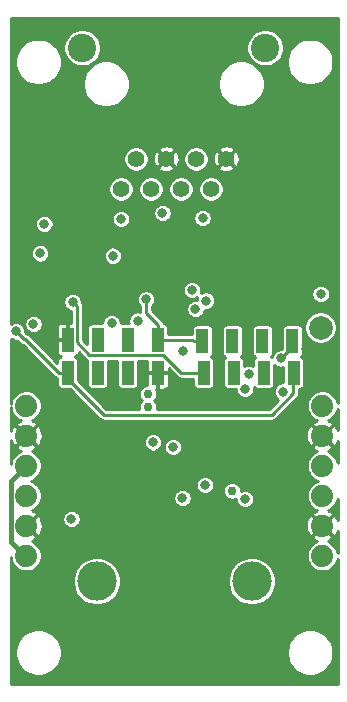
<source format=gbr>
G04 #@! TF.GenerationSoftware,KiCad,Pcbnew,5.0.2+dfsg1-1*
G04 #@! TF.CreationDate,2020-08-15T21:59:55-04:00*
G04 #@! TF.ProjectId,interceptor,696e7465-7263-4657-9074-6f722e6b6963,rev?*
G04 #@! TF.SameCoordinates,Original*
G04 #@! TF.FileFunction,Copper,L4,Bot*
G04 #@! TF.FilePolarity,Positive*
%FSLAX46Y46*%
G04 Gerber Fmt 4.6, Leading zero omitted, Abs format (unit mm)*
G04 Created by KiCad (PCBNEW 5.0.2+dfsg1-1) date Sat 15 Aug 2020 09:59:55 PM EDT*
%MOMM*%
%LPD*%
G01*
G04 APERTURE LIST*
G04 #@! TA.AperFunction,ComponentPad*
%ADD10C,3.327400*%
G04 #@! TD*
G04 #@! TA.AperFunction,ComponentPad*
%ADD11C,2.400000*%
G04 #@! TD*
G04 #@! TA.AperFunction,ComponentPad*
%ADD12C,1.408000*%
G04 #@! TD*
G04 #@! TA.AperFunction,ComponentPad*
%ADD13C,1.879600*%
G04 #@! TD*
G04 #@! TA.AperFunction,SMDPad,CuDef*
%ADD14R,1.000000X2.000000*%
G04 #@! TD*
G04 #@! TA.AperFunction,ComponentPad*
%ADD15C,2.000000*%
G04 #@! TD*
G04 #@! TA.AperFunction,ViaPad*
%ADD16C,0.756400*%
G04 #@! TD*
G04 #@! TA.AperFunction,ViaPad*
%ADD17C,0.800000*%
G04 #@! TD*
G04 #@! TA.AperFunction,Conductor*
%ADD18C,0.406400*%
G04 #@! TD*
G04 #@! TA.AperFunction,Conductor*
%ADD19C,0.250000*%
G04 #@! TD*
G04 #@! TA.AperFunction,Conductor*
%ADD20C,0.254000*%
G04 #@! TD*
G04 APERTURE END LIST*
D10*
G04 #@! TO.P,J3,2*
G04 #@! TO.N,N/C*
X137745100Y-120859600D03*
G04 #@! TO.P,J3,1*
G04 #@! TO.N,Net-(J3-Pad1)*
X150876900Y-120859600D03*
G04 #@! TD*
D11*
G04 #@! TO.P,J15,P$2*
G04 #@! TO.N,N/C*
X136500000Y-75700000D03*
G04 #@! TO.P,J15,P$1*
X152000000Y-75700000D03*
D12*
G04 #@! TO.P,J15,1*
G04 #@! TO.N,GND*
X148695000Y-85100000D03*
G04 #@! TO.P,J15,7*
G04 #@! TO.N,N/C*
X141075000Y-85100000D03*
G04 #@! TO.P,J15,5*
G04 #@! TO.N,GND*
X143615000Y-85100000D03*
G04 #@! TO.P,J15,3*
G04 #@! TO.N,/CAN1_L*
X146155000Y-85100000D03*
G04 #@! TO.P,J15,2*
G04 #@! TO.N,N/C*
X147425000Y-87640000D03*
G04 #@! TO.P,J15,4*
X144885000Y-87640000D03*
G04 #@! TO.P,J15,6*
G04 #@! TO.N,/CAN1_H*
X142345000Y-87640000D03*
G04 #@! TO.P,J15,8*
G04 #@! TO.N,N/C*
X139805000Y-87640000D03*
G04 #@! TD*
D13*
G04 #@! TO.P,J1,6*
G04 #@! TO.N,/ACCEL1*
X156845900Y-106000600D03*
G04 #@! TO.P,J1,5*
G04 #@! TO.N,GND*
X156845900Y-108540600D03*
G04 #@! TO.P,J1,4*
G04 #@! TO.N,VCC*
X156845900Y-111080600D03*
G04 #@! TO.P,J1,3*
G04 #@! TO.N,/ACCEL2*
X156845900Y-113620600D03*
G04 #@! TO.P,J1,2*
G04 #@! TO.N,GND*
X156845900Y-116160600D03*
G04 #@! TO.P,J1,1*
G04 #@! TO.N,VCC*
X156845900Y-118700600D03*
G04 #@! TD*
G04 #@! TO.P,J2,6*
G04 #@! TO.N,/DAC1*
X131776100Y-106000600D03*
G04 #@! TO.P,J2,5*
G04 #@! TO.N,GND*
X131776100Y-108540600D03*
G04 #@! TO.P,J2,4*
G04 #@! TO.N,VCC*
X131776100Y-111080600D03*
G04 #@! TO.P,J2,3*
G04 #@! TO.N,/DAC2*
X131776100Y-113620600D03*
G04 #@! TO.P,J2,2*
G04 #@! TO.N,GND*
X131776100Y-116160600D03*
G04 #@! TO.P,J2,1*
G04 #@! TO.N,VCC*
X131776100Y-118700600D03*
G04 #@! TD*
D14*
G04 #@! TO.P,RV1,4*
G04 #@! TO.N,GND*
X135290000Y-100400000D03*
G04 #@! TO.P,RV1,3*
G04 #@! TO.N,N/C*
X137830000Y-100400000D03*
G04 #@! TO.P,RV1,2*
X140370000Y-100400000D03*
G04 #@! TO.P,RV1,1*
G04 #@! TO.N,Net-(R1-Pad2)*
X142910000Y-100400000D03*
G04 #@! TD*
G04 #@! TO.P,RV2,1*
G04 #@! TO.N,/DAC2*
X146790000Y-103200000D03*
G04 #@! TO.P,RV2,2*
G04 #@! TO.N,N/C*
X149330000Y-103200000D03*
G04 #@! TO.P,RV2,3*
X151870000Y-103200000D03*
G04 #@! TO.P,RV2,4*
G04 #@! TO.N,Net-(R2-Pad1)*
X154410000Y-103200000D03*
G04 #@! TD*
G04 #@! TO.P,RV3,1*
G04 #@! TO.N,/DAC1*
X154310000Y-100500000D03*
G04 #@! TO.P,RV3,2*
G04 #@! TO.N,N/C*
X151770000Y-100500000D03*
G04 #@! TO.P,RV3,3*
X149230000Y-100500000D03*
G04 #@! TO.P,RV3,4*
G04 #@! TO.N,Net-(R1-Pad2)*
X146690000Y-100500000D03*
G04 #@! TD*
G04 #@! TO.P,RV4,4*
G04 #@! TO.N,GND*
X142910000Y-103200000D03*
G04 #@! TO.P,RV4,3*
G04 #@! TO.N,N/C*
X140370000Y-103200000D03*
G04 #@! TO.P,RV4,2*
X137830000Y-103200000D03*
G04 #@! TO.P,RV4,1*
G04 #@! TO.N,Net-(R2-Pad1)*
X135290000Y-103200000D03*
G04 #@! TD*
D15*
G04 #@! TO.P,DFU,1*
G04 #@! TO.N,/BOOT0*
X156700000Y-99400000D03*
G04 #@! TD*
D16*
G04 #@! TO.N,GND*
X140945500Y-110191600D03*
X134189100Y-105060800D03*
D17*
X153884700Y-95615300D03*
X155500000Y-101200000D03*
X146800000Y-92400000D03*
X144800000Y-92500000D03*
G04 #@! TO.N,VCC*
X139800000Y-90200000D03*
X146700000Y-90100000D03*
X156700000Y-96558300D03*
X133300000Y-90600000D03*
X132377410Y-99100000D03*
X145800000Y-96200000D03*
X146993885Y-97105928D03*
G04 #@! TO.N,/BOOT0*
X145057500Y-101400000D03*
G04 #@! TO.N,/CAN1_EN*
X143300000Y-89700000D03*
X146100000Y-97799992D03*
G04 #@! TO.N,Net-(R17-Pad1)*
X150600000Y-103300000D03*
X146900000Y-112700000D03*
G04 #@! TO.N,Net-(R16-Pad1)*
X145000000Y-113800000D03*
X150300000Y-104600000D03*
D16*
G04 #@! TO.N,/LEDG*
X149200500Y-113188800D03*
D17*
X135600000Y-115600000D03*
G04 #@! TO.N,Net-(R8-Pad2)*
X132950000Y-93100000D03*
X144200000Y-109500000D03*
G04 #@! TO.N,Net-(R7-Pad2)*
X142500000Y-109100000D03*
X139100000Y-93300000D03*
D16*
G04 #@! TO.N,Net-(R24-Pad1)*
X142088500Y-106102200D03*
D17*
X150300000Y-113900000D03*
D16*
G04 #@! TO.N,Net-(R23-Pad1)*
X142088500Y-105010000D03*
D17*
X153500000Y-104800000D03*
G04 #@! TO.N,Net-(R2-Pad1)*
X130900000Y-99700000D03*
G04 #@! TO.N,/DAC1*
X139000000Y-99000000D03*
X153330301Y-102000000D03*
X141200000Y-98800000D03*
G04 #@! TO.N,Net-(R1-Pad2)*
X141900000Y-97000000D03*
G04 #@! TO.N,/DAC2*
X135700000Y-97200000D03*
G04 #@! TD*
D18*
G04 #@! TO.N,VCC*
X131776100Y-111080600D02*
X130455300Y-112401400D01*
X156845900Y-111080600D02*
X156845900Y-111788625D01*
X131598300Y-118700600D02*
X131776100Y-118700600D01*
X130455300Y-117557600D02*
X131598300Y-118700600D01*
X130455300Y-112401400D02*
X130455300Y-117557600D01*
D19*
G04 #@! TO.N,Net-(R2-Pad1)*
X152544753Y-106757801D02*
X154400000Y-104902554D01*
X138347801Y-106757801D02*
X152544753Y-106757801D01*
X135290000Y-103200000D02*
X135290000Y-103700000D01*
X135290000Y-103700000D02*
X138347801Y-106757801D01*
X154400000Y-104902554D02*
X154400000Y-103000000D01*
X134540000Y-103200000D02*
X131700000Y-100360000D01*
X135290000Y-103200000D02*
X134540000Y-103200000D01*
X131700000Y-100360000D02*
X131560000Y-100360000D01*
X131560000Y-100360000D02*
X130900000Y-99700000D01*
G04 #@! TO.N,/DAC1*
X154310000Y-100500000D02*
X154310000Y-101020301D01*
X154310000Y-101020301D02*
X153330301Y-102000000D01*
G04 #@! TO.N,Net-(R1-Pad2)*
X145940000Y-100500000D02*
X145840000Y-100400000D01*
X146690000Y-100500000D02*
X145940000Y-100500000D01*
X145840000Y-100400000D02*
X143000000Y-100400000D01*
X142910000Y-99150000D02*
X141900000Y-98140000D01*
X142910000Y-100400000D02*
X142910000Y-99150000D01*
X141900000Y-98140000D02*
X141900000Y-97000000D01*
G04 #@! TO.N,/DAC2*
X136067401Y-100636723D02*
X136067401Y-97567401D01*
X137108079Y-101677401D02*
X136067401Y-100636723D01*
X143386723Y-101677401D02*
X137108079Y-101677401D01*
X146790000Y-103200000D02*
X144909322Y-103200000D01*
X144909322Y-103200000D02*
X143386723Y-101677401D01*
X136067401Y-97567401D02*
X135700000Y-97200000D01*
G04 #@! TD*
D20*
G04 #@! TO.N,GND*
G36*
X158144000Y-105756393D02*
X158115943Y-105615337D01*
X158016378Y-105374966D01*
X157871833Y-105158639D01*
X157687861Y-104974667D01*
X157471534Y-104830122D01*
X157231163Y-104730557D01*
X156975987Y-104679800D01*
X156715813Y-104679800D01*
X156460637Y-104730557D01*
X156220266Y-104830122D01*
X156003939Y-104974667D01*
X155819967Y-105158639D01*
X155675422Y-105374966D01*
X155575857Y-105615337D01*
X155525100Y-105870513D01*
X155525100Y-106130687D01*
X155575857Y-106385863D01*
X155675422Y-106626234D01*
X155819967Y-106842561D01*
X156003939Y-107026533D01*
X156220266Y-107171078D01*
X156394871Y-107243402D01*
X156345771Y-107257171D01*
X156104996Y-107379402D01*
X156056625Y-107411722D01*
X155965950Y-107625295D01*
X156845900Y-108505245D01*
X157725850Y-107625295D01*
X157635175Y-107411722D01*
X157399777Y-107279434D01*
X157293627Y-107244770D01*
X157471534Y-107171078D01*
X157687861Y-107026533D01*
X157871833Y-106842561D01*
X158016378Y-106626234D01*
X158115943Y-106385863D01*
X158144000Y-106244807D01*
X158144000Y-108092789D01*
X158129329Y-108040471D01*
X158007098Y-107799696D01*
X157974778Y-107751325D01*
X157761205Y-107660650D01*
X156881255Y-108540600D01*
X157761205Y-109420550D01*
X157974778Y-109329875D01*
X158107066Y-109094477D01*
X158144000Y-108981376D01*
X158144000Y-110836393D01*
X158115943Y-110695337D01*
X158016378Y-110454966D01*
X157871833Y-110238639D01*
X157687861Y-110054667D01*
X157471534Y-109910122D01*
X157296929Y-109837798D01*
X157346029Y-109824029D01*
X157586804Y-109701798D01*
X157635175Y-109669478D01*
X157725850Y-109455905D01*
X156845900Y-108575955D01*
X155965950Y-109455905D01*
X156056625Y-109669478D01*
X156292023Y-109801766D01*
X156398173Y-109836430D01*
X156220266Y-109910122D01*
X156003939Y-110054667D01*
X155819967Y-110238639D01*
X155675422Y-110454966D01*
X155575857Y-110695337D01*
X155525100Y-110950513D01*
X155525100Y-111210687D01*
X155575857Y-111465863D01*
X155675422Y-111706234D01*
X155819967Y-111922561D01*
X156003939Y-112106533D01*
X156220266Y-112251078D01*
X156460533Y-112350600D01*
X156220266Y-112450122D01*
X156003939Y-112594667D01*
X155819967Y-112778639D01*
X155675422Y-112994966D01*
X155575857Y-113235337D01*
X155525100Y-113490513D01*
X155525100Y-113750687D01*
X155575857Y-114005863D01*
X155675422Y-114246234D01*
X155819967Y-114462561D01*
X156003939Y-114646533D01*
X156220266Y-114791078D01*
X156394871Y-114863402D01*
X156345771Y-114877171D01*
X156104996Y-114999402D01*
X156056625Y-115031722D01*
X155965950Y-115245295D01*
X156845900Y-116125245D01*
X157725850Y-115245295D01*
X157635175Y-115031722D01*
X157399777Y-114899434D01*
X157293627Y-114864770D01*
X157471534Y-114791078D01*
X157687861Y-114646533D01*
X157871833Y-114462561D01*
X158016378Y-114246234D01*
X158115943Y-114005863D01*
X158144000Y-113864808D01*
X158144000Y-115712788D01*
X158129329Y-115660471D01*
X158007098Y-115419696D01*
X157974778Y-115371325D01*
X157761205Y-115280650D01*
X156881255Y-116160600D01*
X157761205Y-117040550D01*
X157974778Y-116949875D01*
X158107066Y-116714477D01*
X158144000Y-116601376D01*
X158144000Y-118456392D01*
X158115943Y-118315337D01*
X158016378Y-118074966D01*
X157871833Y-117858639D01*
X157687861Y-117674667D01*
X157471534Y-117530122D01*
X157296929Y-117457798D01*
X157346029Y-117444029D01*
X157586804Y-117321798D01*
X157635175Y-117289478D01*
X157725850Y-117075905D01*
X156845900Y-116195955D01*
X155965950Y-117075905D01*
X156056625Y-117289478D01*
X156292023Y-117421766D01*
X156398173Y-117456430D01*
X156220266Y-117530122D01*
X156003939Y-117674667D01*
X155819967Y-117858639D01*
X155675422Y-118074966D01*
X155575857Y-118315337D01*
X155525100Y-118570513D01*
X155525100Y-118830687D01*
X155575857Y-119085863D01*
X155675422Y-119326234D01*
X155819967Y-119542561D01*
X156003939Y-119726533D01*
X156220266Y-119871078D01*
X156460637Y-119970643D01*
X156715813Y-120021400D01*
X156975987Y-120021400D01*
X157231163Y-119970643D01*
X157471534Y-119871078D01*
X157687861Y-119726533D01*
X157871833Y-119542561D01*
X158016378Y-119326234D01*
X158115943Y-119085863D01*
X158144000Y-118944808D01*
X158144000Y-129544000D01*
X130456000Y-129544000D01*
X130456000Y-126704889D01*
X130819000Y-126704889D01*
X130819000Y-127095111D01*
X130895129Y-127477836D01*
X131044461Y-127838355D01*
X131261257Y-128162814D01*
X131537186Y-128438743D01*
X131861645Y-128655539D01*
X132222164Y-128804871D01*
X132604889Y-128881000D01*
X132995111Y-128881000D01*
X133377836Y-128804871D01*
X133738355Y-128655539D01*
X134062814Y-128438743D01*
X134338743Y-128162814D01*
X134555539Y-127838355D01*
X134704871Y-127477836D01*
X134781000Y-127095111D01*
X134781000Y-126704889D01*
X153819000Y-126704889D01*
X153819000Y-127095111D01*
X153895129Y-127477836D01*
X154044461Y-127838355D01*
X154261257Y-128162814D01*
X154537186Y-128438743D01*
X154861645Y-128655539D01*
X155222164Y-128804871D01*
X155604889Y-128881000D01*
X155995111Y-128881000D01*
X156377836Y-128804871D01*
X156738355Y-128655539D01*
X157062814Y-128438743D01*
X157338743Y-128162814D01*
X157555539Y-127838355D01*
X157704871Y-127477836D01*
X157781000Y-127095111D01*
X157781000Y-126704889D01*
X157704871Y-126322164D01*
X157555539Y-125961645D01*
X157338743Y-125637186D01*
X157062814Y-125361257D01*
X156738355Y-125144461D01*
X156377836Y-124995129D01*
X155995111Y-124919000D01*
X155604889Y-124919000D01*
X155222164Y-124995129D01*
X154861645Y-125144461D01*
X154537186Y-125361257D01*
X154261257Y-125637186D01*
X154044461Y-125961645D01*
X153895129Y-126322164D01*
X153819000Y-126704889D01*
X134781000Y-126704889D01*
X134704871Y-126322164D01*
X134555539Y-125961645D01*
X134338743Y-125637186D01*
X134062814Y-125361257D01*
X133738355Y-125144461D01*
X133377836Y-124995129D01*
X132995111Y-124919000D01*
X132604889Y-124919000D01*
X132222164Y-124995129D01*
X131861645Y-125144461D01*
X131537186Y-125361257D01*
X131261257Y-125637186D01*
X131044461Y-125961645D01*
X130895129Y-126322164D01*
X130819000Y-126704889D01*
X130456000Y-126704889D01*
X130456000Y-120658215D01*
X135700400Y-120658215D01*
X135700400Y-121060985D01*
X135778977Y-121456017D01*
X135933111Y-121828128D01*
X136156878Y-122163020D01*
X136441680Y-122447822D01*
X136776572Y-122671589D01*
X137148683Y-122825723D01*
X137543715Y-122904300D01*
X137946485Y-122904300D01*
X138341517Y-122825723D01*
X138713628Y-122671589D01*
X139048520Y-122447822D01*
X139333322Y-122163020D01*
X139557089Y-121828128D01*
X139711223Y-121456017D01*
X139789800Y-121060985D01*
X139789800Y-120658215D01*
X148832200Y-120658215D01*
X148832200Y-121060985D01*
X148910777Y-121456017D01*
X149064911Y-121828128D01*
X149288678Y-122163020D01*
X149573480Y-122447822D01*
X149908372Y-122671589D01*
X150280483Y-122825723D01*
X150675515Y-122904300D01*
X151078285Y-122904300D01*
X151473317Y-122825723D01*
X151845428Y-122671589D01*
X152180320Y-122447822D01*
X152465122Y-122163020D01*
X152688889Y-121828128D01*
X152843023Y-121456017D01*
X152921600Y-121060985D01*
X152921600Y-120658215D01*
X152843023Y-120263183D01*
X152688889Y-119891072D01*
X152465122Y-119556180D01*
X152180320Y-119271378D01*
X151845428Y-119047611D01*
X151473317Y-118893477D01*
X151078285Y-118814900D01*
X150675515Y-118814900D01*
X150280483Y-118893477D01*
X149908372Y-119047611D01*
X149573480Y-119271378D01*
X149288678Y-119556180D01*
X149064911Y-119891072D01*
X148910777Y-120263183D01*
X148832200Y-120658215D01*
X139789800Y-120658215D01*
X139711223Y-120263183D01*
X139557089Y-119891072D01*
X139333322Y-119556180D01*
X139048520Y-119271378D01*
X138713628Y-119047611D01*
X138341517Y-118893477D01*
X137946485Y-118814900D01*
X137543715Y-118814900D01*
X137148683Y-118893477D01*
X136776572Y-119047611D01*
X136441680Y-119271378D01*
X136156878Y-119556180D01*
X135933111Y-119891072D01*
X135778977Y-120263183D01*
X135700400Y-120658215D01*
X130456000Y-120658215D01*
X130456000Y-118834206D01*
X130506057Y-119085863D01*
X130605622Y-119326234D01*
X130750167Y-119542561D01*
X130934139Y-119726533D01*
X131150466Y-119871078D01*
X131390837Y-119970643D01*
X131646013Y-120021400D01*
X131906187Y-120021400D01*
X132161363Y-119970643D01*
X132401734Y-119871078D01*
X132618061Y-119726533D01*
X132802033Y-119542561D01*
X132946578Y-119326234D01*
X133046143Y-119085863D01*
X133096900Y-118830687D01*
X133096900Y-118570513D01*
X133046143Y-118315337D01*
X132946578Y-118074966D01*
X132802033Y-117858639D01*
X132618061Y-117674667D01*
X132401734Y-117530122D01*
X132227129Y-117457798D01*
X132276229Y-117444029D01*
X132517004Y-117321798D01*
X132565375Y-117289478D01*
X132656050Y-117075905D01*
X131776100Y-116195955D01*
X131761958Y-116210098D01*
X131726603Y-116174743D01*
X131740745Y-116160600D01*
X131811455Y-116160600D01*
X132691405Y-117040550D01*
X132904978Y-116949875D01*
X133037266Y-116714477D01*
X133121089Y-116457793D01*
X133153225Y-116189688D01*
X133132439Y-115920466D01*
X133059529Y-115660471D01*
X132989781Y-115523078D01*
X134819000Y-115523078D01*
X134819000Y-115676922D01*
X134849013Y-115827809D01*
X134907887Y-115969942D01*
X134993358Y-116097859D01*
X135102141Y-116206642D01*
X135230058Y-116292113D01*
X135372191Y-116350987D01*
X135523078Y-116381000D01*
X135676922Y-116381000D01*
X135827809Y-116350987D01*
X135969942Y-116292113D01*
X136097859Y-116206642D01*
X136172989Y-116131512D01*
X155468775Y-116131512D01*
X155489561Y-116400734D01*
X155562471Y-116660729D01*
X155684702Y-116901504D01*
X155717022Y-116949875D01*
X155930595Y-117040550D01*
X156810545Y-116160600D01*
X155930595Y-115280650D01*
X155717022Y-115371325D01*
X155584734Y-115606723D01*
X155500911Y-115863407D01*
X155468775Y-116131512D01*
X136172989Y-116131512D01*
X136206642Y-116097859D01*
X136292113Y-115969942D01*
X136350987Y-115827809D01*
X136381000Y-115676922D01*
X136381000Y-115523078D01*
X136350987Y-115372191D01*
X136292113Y-115230058D01*
X136206642Y-115102141D01*
X136097859Y-114993358D01*
X135969942Y-114907887D01*
X135827809Y-114849013D01*
X135676922Y-114819000D01*
X135523078Y-114819000D01*
X135372191Y-114849013D01*
X135230058Y-114907887D01*
X135102141Y-114993358D01*
X134993358Y-115102141D01*
X134907887Y-115230058D01*
X134849013Y-115372191D01*
X134819000Y-115523078D01*
X132989781Y-115523078D01*
X132937298Y-115419696D01*
X132904978Y-115371325D01*
X132691405Y-115280650D01*
X131811455Y-116160600D01*
X131740745Y-116160600D01*
X131726603Y-116146458D01*
X131761958Y-116111103D01*
X131776100Y-116125245D01*
X132656050Y-115245295D01*
X132565375Y-115031722D01*
X132329977Y-114899434D01*
X132223827Y-114864770D01*
X132401734Y-114791078D01*
X132618061Y-114646533D01*
X132802033Y-114462561D01*
X132946578Y-114246234D01*
X133046143Y-114005863D01*
X133096900Y-113750687D01*
X133096900Y-113723078D01*
X144219000Y-113723078D01*
X144219000Y-113876922D01*
X144249013Y-114027809D01*
X144307887Y-114169942D01*
X144393358Y-114297859D01*
X144502141Y-114406642D01*
X144630058Y-114492113D01*
X144772191Y-114550987D01*
X144923078Y-114581000D01*
X145076922Y-114581000D01*
X145227809Y-114550987D01*
X145369942Y-114492113D01*
X145497859Y-114406642D01*
X145606642Y-114297859D01*
X145692113Y-114169942D01*
X145750987Y-114027809D01*
X145781000Y-113876922D01*
X145781000Y-113723078D01*
X145750987Y-113572191D01*
X145692113Y-113430058D01*
X145606642Y-113302141D01*
X145497859Y-113193358D01*
X145369942Y-113107887D01*
X145227809Y-113049013D01*
X145076922Y-113019000D01*
X144923078Y-113019000D01*
X144772191Y-113049013D01*
X144630058Y-113107887D01*
X144502141Y-113193358D01*
X144393358Y-113302141D01*
X144307887Y-113430058D01*
X144249013Y-113572191D01*
X144219000Y-113723078D01*
X133096900Y-113723078D01*
X133096900Y-113490513D01*
X133046143Y-113235337D01*
X132946578Y-112994966D01*
X132802033Y-112778639D01*
X132646472Y-112623078D01*
X146119000Y-112623078D01*
X146119000Y-112776922D01*
X146149013Y-112927809D01*
X146207887Y-113069942D01*
X146293358Y-113197859D01*
X146402141Y-113306642D01*
X146530058Y-113392113D01*
X146672191Y-113450987D01*
X146823078Y-113481000D01*
X146976922Y-113481000D01*
X147127809Y-113450987D01*
X147269942Y-113392113D01*
X147397859Y-113306642D01*
X147506642Y-113197859D01*
X147562657Y-113114025D01*
X148441300Y-113114025D01*
X148441300Y-113263575D01*
X148470476Y-113410250D01*
X148527706Y-113548416D01*
X148610791Y-113672762D01*
X148716538Y-113778509D01*
X148840884Y-113861594D01*
X148979050Y-113918824D01*
X149125725Y-113948000D01*
X149275275Y-113948000D01*
X149421950Y-113918824D01*
X149519000Y-113878625D01*
X149519000Y-113976922D01*
X149549013Y-114127809D01*
X149607887Y-114269942D01*
X149693358Y-114397859D01*
X149802141Y-114506642D01*
X149930058Y-114592113D01*
X150072191Y-114650987D01*
X150223078Y-114681000D01*
X150376922Y-114681000D01*
X150527809Y-114650987D01*
X150669942Y-114592113D01*
X150797859Y-114506642D01*
X150906642Y-114397859D01*
X150992113Y-114269942D01*
X151050987Y-114127809D01*
X151081000Y-113976922D01*
X151081000Y-113823078D01*
X151050987Y-113672191D01*
X150992113Y-113530058D01*
X150906642Y-113402141D01*
X150797859Y-113293358D01*
X150669942Y-113207887D01*
X150527809Y-113149013D01*
X150376922Y-113119000D01*
X150223078Y-113119000D01*
X150072191Y-113149013D01*
X149959700Y-113195609D01*
X149959700Y-113114025D01*
X149930524Y-112967350D01*
X149873294Y-112829184D01*
X149790209Y-112704838D01*
X149684462Y-112599091D01*
X149560116Y-112516006D01*
X149421950Y-112458776D01*
X149275275Y-112429600D01*
X149125725Y-112429600D01*
X148979050Y-112458776D01*
X148840884Y-112516006D01*
X148716538Y-112599091D01*
X148610791Y-112704838D01*
X148527706Y-112829184D01*
X148470476Y-112967350D01*
X148441300Y-113114025D01*
X147562657Y-113114025D01*
X147592113Y-113069942D01*
X147650987Y-112927809D01*
X147681000Y-112776922D01*
X147681000Y-112623078D01*
X147650987Y-112472191D01*
X147592113Y-112330058D01*
X147506642Y-112202141D01*
X147397859Y-112093358D01*
X147269942Y-112007887D01*
X147127809Y-111949013D01*
X146976922Y-111919000D01*
X146823078Y-111919000D01*
X146672191Y-111949013D01*
X146530058Y-112007887D01*
X146402141Y-112093358D01*
X146293358Y-112202141D01*
X146207887Y-112330058D01*
X146149013Y-112472191D01*
X146119000Y-112623078D01*
X132646472Y-112623078D01*
X132618061Y-112594667D01*
X132401734Y-112450122D01*
X132161467Y-112350600D01*
X132401734Y-112251078D01*
X132618061Y-112106533D01*
X132802033Y-111922561D01*
X132946578Y-111706234D01*
X133046143Y-111465863D01*
X133096900Y-111210687D01*
X133096900Y-110950513D01*
X133046143Y-110695337D01*
X132946578Y-110454966D01*
X132802033Y-110238639D01*
X132618061Y-110054667D01*
X132401734Y-109910122D01*
X132227129Y-109837798D01*
X132276229Y-109824029D01*
X132517004Y-109701798D01*
X132565375Y-109669478D01*
X132656050Y-109455905D01*
X131776100Y-108575955D01*
X130896150Y-109455905D01*
X130986825Y-109669478D01*
X131222223Y-109801766D01*
X131328373Y-109836430D01*
X131150466Y-109910122D01*
X130934139Y-110054667D01*
X130750167Y-110238639D01*
X130605622Y-110454966D01*
X130506057Y-110695337D01*
X130456000Y-110946994D01*
X130456000Y-108909961D01*
X130492671Y-109040729D01*
X130614902Y-109281504D01*
X130647222Y-109329875D01*
X130860795Y-109420550D01*
X131740745Y-108540600D01*
X131811455Y-108540600D01*
X132691405Y-109420550D01*
X132904978Y-109329875D01*
X133037266Y-109094477D01*
X133060582Y-109023078D01*
X141719000Y-109023078D01*
X141719000Y-109176922D01*
X141749013Y-109327809D01*
X141807887Y-109469942D01*
X141893358Y-109597859D01*
X142002141Y-109706642D01*
X142130058Y-109792113D01*
X142272191Y-109850987D01*
X142423078Y-109881000D01*
X142576922Y-109881000D01*
X142727809Y-109850987D01*
X142869942Y-109792113D01*
X142997859Y-109706642D01*
X143106642Y-109597859D01*
X143192113Y-109469942D01*
X143211524Y-109423078D01*
X143419000Y-109423078D01*
X143419000Y-109576922D01*
X143449013Y-109727809D01*
X143507887Y-109869942D01*
X143593358Y-109997859D01*
X143702141Y-110106642D01*
X143830058Y-110192113D01*
X143972191Y-110250987D01*
X144123078Y-110281000D01*
X144276922Y-110281000D01*
X144427809Y-110250987D01*
X144569942Y-110192113D01*
X144697859Y-110106642D01*
X144806642Y-109997859D01*
X144892113Y-109869942D01*
X144950987Y-109727809D01*
X144981000Y-109576922D01*
X144981000Y-109423078D01*
X144950987Y-109272191D01*
X144892113Y-109130058D01*
X144806642Y-109002141D01*
X144697859Y-108893358D01*
X144569942Y-108807887D01*
X144427809Y-108749013D01*
X144276922Y-108719000D01*
X144123078Y-108719000D01*
X143972191Y-108749013D01*
X143830058Y-108807887D01*
X143702141Y-108893358D01*
X143593358Y-109002141D01*
X143507887Y-109130058D01*
X143449013Y-109272191D01*
X143419000Y-109423078D01*
X143211524Y-109423078D01*
X143250987Y-109327809D01*
X143281000Y-109176922D01*
X143281000Y-109023078D01*
X143250987Y-108872191D01*
X143192113Y-108730058D01*
X143106642Y-108602141D01*
X143016013Y-108511512D01*
X155468775Y-108511512D01*
X155489561Y-108780734D01*
X155562471Y-109040729D01*
X155684702Y-109281504D01*
X155717022Y-109329875D01*
X155930595Y-109420550D01*
X156810545Y-108540600D01*
X155930595Y-107660650D01*
X155717022Y-107751325D01*
X155584734Y-107986723D01*
X155500911Y-108243407D01*
X155468775Y-108511512D01*
X143016013Y-108511512D01*
X142997859Y-108493358D01*
X142869942Y-108407887D01*
X142727809Y-108349013D01*
X142576922Y-108319000D01*
X142423078Y-108319000D01*
X142272191Y-108349013D01*
X142130058Y-108407887D01*
X142002141Y-108493358D01*
X141893358Y-108602141D01*
X141807887Y-108730058D01*
X141749013Y-108872191D01*
X141719000Y-109023078D01*
X133060582Y-109023078D01*
X133121089Y-108837793D01*
X133153225Y-108569688D01*
X133132439Y-108300466D01*
X133059529Y-108040471D01*
X132937298Y-107799696D01*
X132904978Y-107751325D01*
X132691405Y-107660650D01*
X131811455Y-108540600D01*
X131740745Y-108540600D01*
X130860795Y-107660650D01*
X130647222Y-107751325D01*
X130514934Y-107986723D01*
X130456000Y-108167192D01*
X130456000Y-106134206D01*
X130506057Y-106385863D01*
X130605622Y-106626234D01*
X130750167Y-106842561D01*
X130934139Y-107026533D01*
X131150466Y-107171078D01*
X131325071Y-107243402D01*
X131275971Y-107257171D01*
X131035196Y-107379402D01*
X130986825Y-107411722D01*
X130896150Y-107625295D01*
X131776100Y-108505245D01*
X132656050Y-107625295D01*
X132565375Y-107411722D01*
X132329977Y-107279434D01*
X132223827Y-107244770D01*
X132401734Y-107171078D01*
X132618061Y-107026533D01*
X132802033Y-106842561D01*
X132946578Y-106626234D01*
X133046143Y-106385863D01*
X133096900Y-106130687D01*
X133096900Y-105870513D01*
X133046143Y-105615337D01*
X132946578Y-105374966D01*
X132802033Y-105158639D01*
X132618061Y-104974667D01*
X132401734Y-104830122D01*
X132161363Y-104730557D01*
X131906187Y-104679800D01*
X131646013Y-104679800D01*
X131390837Y-104730557D01*
X131150466Y-104830122D01*
X130934139Y-104974667D01*
X130750167Y-105158639D01*
X130605622Y-105374966D01*
X130506057Y-105615337D01*
X130456000Y-105866994D01*
X130456000Y-100342629D01*
X130530058Y-100392113D01*
X130672191Y-100450987D01*
X130823078Y-100481000D01*
X130965408Y-100481000D01*
X131184628Y-100700220D01*
X131200473Y-100719527D01*
X131277521Y-100782759D01*
X131365425Y-100829745D01*
X131460807Y-100858678D01*
X131485521Y-100861112D01*
X134164628Y-103540220D01*
X134180473Y-103559527D01*
X134257521Y-103622759D01*
X134345425Y-103669745D01*
X134407157Y-103688471D01*
X134407157Y-104200000D01*
X134414513Y-104274689D01*
X134436299Y-104346508D01*
X134471678Y-104412696D01*
X134519289Y-104470711D01*
X134577304Y-104518322D01*
X134643492Y-104553701D01*
X134715311Y-104575487D01*
X134790000Y-104582843D01*
X135457252Y-104582843D01*
X137972429Y-107098021D01*
X137988274Y-107117328D01*
X138065322Y-107180560D01*
X138153226Y-107227546D01*
X138248608Y-107256479D01*
X138347801Y-107266249D01*
X138372655Y-107263801D01*
X152519907Y-107263801D01*
X152544753Y-107266248D01*
X152569599Y-107263801D01*
X152569607Y-107263801D01*
X152643946Y-107256479D01*
X152739328Y-107227546D01*
X152827232Y-107180560D01*
X152904280Y-107117328D01*
X152920129Y-107098016D01*
X154740220Y-105277926D01*
X154759527Y-105262081D01*
X154822759Y-105185033D01*
X154869745Y-105097129D01*
X154898678Y-105001747D01*
X154906000Y-104927408D01*
X154906000Y-104927401D01*
X154908447Y-104902555D01*
X154906000Y-104877709D01*
X154906000Y-104582843D01*
X154910000Y-104582843D01*
X154984689Y-104575487D01*
X155056508Y-104553701D01*
X155122696Y-104518322D01*
X155180711Y-104470711D01*
X155228322Y-104412696D01*
X155263701Y-104346508D01*
X155285487Y-104274689D01*
X155292843Y-104200000D01*
X155292843Y-102200000D01*
X155285487Y-102125311D01*
X155263701Y-102053492D01*
X155228322Y-101987304D01*
X155180711Y-101929289D01*
X155122696Y-101881678D01*
X155056508Y-101846299D01*
X155001547Y-101829627D01*
X155022696Y-101818322D01*
X155080711Y-101770711D01*
X155128322Y-101712696D01*
X155163701Y-101646508D01*
X155185487Y-101574689D01*
X155192843Y-101500000D01*
X155192843Y-99500000D01*
X155185487Y-99425311D01*
X155163701Y-99353492D01*
X155128322Y-99287304D01*
X155109184Y-99263983D01*
X155319000Y-99263983D01*
X155319000Y-99536017D01*
X155372071Y-99802823D01*
X155476174Y-100054149D01*
X155627307Y-100280336D01*
X155819664Y-100472693D01*
X156045851Y-100623826D01*
X156297177Y-100727929D01*
X156563983Y-100781000D01*
X156836017Y-100781000D01*
X157102823Y-100727929D01*
X157354149Y-100623826D01*
X157580336Y-100472693D01*
X157772693Y-100280336D01*
X157923826Y-100054149D01*
X158027929Y-99802823D01*
X158081000Y-99536017D01*
X158081000Y-99263983D01*
X158027929Y-98997177D01*
X157923826Y-98745851D01*
X157772693Y-98519664D01*
X157580336Y-98327307D01*
X157354149Y-98176174D01*
X157102823Y-98072071D01*
X156836017Y-98019000D01*
X156563983Y-98019000D01*
X156297177Y-98072071D01*
X156045851Y-98176174D01*
X155819664Y-98327307D01*
X155627307Y-98519664D01*
X155476174Y-98745851D01*
X155372071Y-98997177D01*
X155319000Y-99263983D01*
X155109184Y-99263983D01*
X155080711Y-99229289D01*
X155022696Y-99181678D01*
X154956508Y-99146299D01*
X154884689Y-99124513D01*
X154810000Y-99117157D01*
X153810000Y-99117157D01*
X153735311Y-99124513D01*
X153663492Y-99146299D01*
X153597304Y-99181678D01*
X153539289Y-99229289D01*
X153491678Y-99287304D01*
X153456299Y-99353492D01*
X153434513Y-99425311D01*
X153427157Y-99500000D01*
X153427157Y-101187553D01*
X153395710Y-101219000D01*
X153253379Y-101219000D01*
X153102492Y-101249013D01*
X152960359Y-101307887D01*
X152832442Y-101393358D01*
X152723659Y-101502141D01*
X152638188Y-101630058D01*
X152579314Y-101772191D01*
X152559954Y-101869522D01*
X152516508Y-101846299D01*
X152461547Y-101829627D01*
X152482696Y-101818322D01*
X152540711Y-101770711D01*
X152588322Y-101712696D01*
X152623701Y-101646508D01*
X152645487Y-101574689D01*
X152652843Y-101500000D01*
X152652843Y-99500000D01*
X152645487Y-99425311D01*
X152623701Y-99353492D01*
X152588322Y-99287304D01*
X152540711Y-99229289D01*
X152482696Y-99181678D01*
X152416508Y-99146299D01*
X152344689Y-99124513D01*
X152270000Y-99117157D01*
X151270000Y-99117157D01*
X151195311Y-99124513D01*
X151123492Y-99146299D01*
X151057304Y-99181678D01*
X150999289Y-99229289D01*
X150951678Y-99287304D01*
X150916299Y-99353492D01*
X150894513Y-99425311D01*
X150887157Y-99500000D01*
X150887157Y-101500000D01*
X150894513Y-101574689D01*
X150916299Y-101646508D01*
X150951678Y-101712696D01*
X150999289Y-101770711D01*
X151057304Y-101818322D01*
X151123492Y-101853701D01*
X151178453Y-101870373D01*
X151157304Y-101881678D01*
X151099289Y-101929289D01*
X151051678Y-101987304D01*
X151016299Y-102053492D01*
X150994513Y-102125311D01*
X150987157Y-102200000D01*
X150987157Y-102619390D01*
X150969942Y-102607887D01*
X150827809Y-102549013D01*
X150676922Y-102519000D01*
X150523078Y-102519000D01*
X150372191Y-102549013D01*
X150230058Y-102607887D01*
X150212843Y-102619390D01*
X150212843Y-102200000D01*
X150205487Y-102125311D01*
X150183701Y-102053492D01*
X150148322Y-101987304D01*
X150100711Y-101929289D01*
X150042696Y-101881678D01*
X149976508Y-101846299D01*
X149921547Y-101829627D01*
X149942696Y-101818322D01*
X150000711Y-101770711D01*
X150048322Y-101712696D01*
X150083701Y-101646508D01*
X150105487Y-101574689D01*
X150112843Y-101500000D01*
X150112843Y-99500000D01*
X150105487Y-99425311D01*
X150083701Y-99353492D01*
X150048322Y-99287304D01*
X150000711Y-99229289D01*
X149942696Y-99181678D01*
X149876508Y-99146299D01*
X149804689Y-99124513D01*
X149730000Y-99117157D01*
X148730000Y-99117157D01*
X148655311Y-99124513D01*
X148583492Y-99146299D01*
X148517304Y-99181678D01*
X148459289Y-99229289D01*
X148411678Y-99287304D01*
X148376299Y-99353492D01*
X148354513Y-99425311D01*
X148347157Y-99500000D01*
X148347157Y-101500000D01*
X148354513Y-101574689D01*
X148376299Y-101646508D01*
X148411678Y-101712696D01*
X148459289Y-101770711D01*
X148517304Y-101818322D01*
X148583492Y-101853701D01*
X148638453Y-101870373D01*
X148617304Y-101881678D01*
X148559289Y-101929289D01*
X148511678Y-101987304D01*
X148476299Y-102053492D01*
X148454513Y-102125311D01*
X148447157Y-102200000D01*
X148447157Y-104200000D01*
X148454513Y-104274689D01*
X148476299Y-104346508D01*
X148511678Y-104412696D01*
X148559289Y-104470711D01*
X148617304Y-104518322D01*
X148683492Y-104553701D01*
X148755311Y-104575487D01*
X148830000Y-104582843D01*
X149519000Y-104582843D01*
X149519000Y-104676922D01*
X149549013Y-104827809D01*
X149607887Y-104969942D01*
X149693358Y-105097859D01*
X149802141Y-105206642D01*
X149930058Y-105292113D01*
X150072191Y-105350987D01*
X150223078Y-105381000D01*
X150376922Y-105381000D01*
X150527809Y-105350987D01*
X150669942Y-105292113D01*
X150797859Y-105206642D01*
X150906642Y-105097859D01*
X150992113Y-104969942D01*
X151050987Y-104827809D01*
X151081000Y-104676922D01*
X151081000Y-104523078D01*
X151061400Y-104424543D01*
X151099289Y-104470711D01*
X151157304Y-104518322D01*
X151223492Y-104553701D01*
X151295311Y-104575487D01*
X151370000Y-104582843D01*
X152370000Y-104582843D01*
X152444689Y-104575487D01*
X152516508Y-104553701D01*
X152582696Y-104518322D01*
X152640711Y-104470711D01*
X152688322Y-104412696D01*
X152723701Y-104346508D01*
X152745487Y-104274689D01*
X152752843Y-104200000D01*
X152752843Y-102527043D01*
X152832442Y-102606642D01*
X152960359Y-102692113D01*
X153102492Y-102750987D01*
X153253379Y-102781000D01*
X153407223Y-102781000D01*
X153527157Y-102757144D01*
X153527157Y-104019000D01*
X153423078Y-104019000D01*
X153272191Y-104049013D01*
X153130058Y-104107887D01*
X153002141Y-104193358D01*
X152893358Y-104302141D01*
X152807887Y-104430058D01*
X152749013Y-104572191D01*
X152719000Y-104723078D01*
X152719000Y-104876922D01*
X152749013Y-105027809D01*
X152807887Y-105169942D01*
X152893358Y-105297859D01*
X153002141Y-105406642D01*
X153108952Y-105478010D01*
X152335162Y-106251801D01*
X142832816Y-106251801D01*
X142847700Y-106176975D01*
X142847700Y-106027425D01*
X142818524Y-105880750D01*
X142761294Y-105742584D01*
X142678209Y-105618238D01*
X142616071Y-105556100D01*
X142678209Y-105493962D01*
X142761294Y-105369616D01*
X142818524Y-105231450D01*
X142847700Y-105084775D01*
X142847700Y-104935225D01*
X142818524Y-104788550D01*
X142761294Y-104650384D01*
X142748342Y-104631000D01*
X142777250Y-104631000D01*
X142885000Y-104523250D01*
X142885000Y-103225000D01*
X142935000Y-103225000D01*
X142935000Y-104523250D01*
X143042750Y-104631000D01*
X143452450Y-104631000D01*
X143535718Y-104614437D01*
X143614155Y-104581947D01*
X143684747Y-104534779D01*
X143744780Y-104474746D01*
X143791947Y-104404155D01*
X143824437Y-104325718D01*
X143841000Y-104242450D01*
X143841000Y-103332750D01*
X143733250Y-103225000D01*
X142935000Y-103225000D01*
X142885000Y-103225000D01*
X142086750Y-103225000D01*
X141979000Y-103332750D01*
X141979000Y-104242450D01*
X141981919Y-104257127D01*
X141867050Y-104279976D01*
X141728884Y-104337206D01*
X141604538Y-104420291D01*
X141498791Y-104526038D01*
X141415706Y-104650384D01*
X141358476Y-104788550D01*
X141329300Y-104935225D01*
X141329300Y-105084775D01*
X141358476Y-105231450D01*
X141415706Y-105369616D01*
X141498791Y-105493962D01*
X141560929Y-105556100D01*
X141498791Y-105618238D01*
X141415706Y-105742584D01*
X141358476Y-105880750D01*
X141329300Y-106027425D01*
X141329300Y-106176975D01*
X141344184Y-106251801D01*
X138557393Y-106251801D01*
X136172843Y-103867252D01*
X136172843Y-102200000D01*
X136165487Y-102125311D01*
X136143701Y-102053492D01*
X136108322Y-101987304D01*
X136060711Y-101929289D01*
X136002696Y-101881678D01*
X135936508Y-101846299D01*
X135864837Y-101824558D01*
X135915718Y-101814437D01*
X135994155Y-101781947D01*
X136064747Y-101734779D01*
X136124780Y-101674746D01*
X136171947Y-101604155D01*
X136204437Y-101525718D01*
X136210471Y-101495384D01*
X136732707Y-102017621D01*
X136748552Y-102036928D01*
X136825600Y-102100160D01*
X136913504Y-102147146D01*
X136951235Y-102158591D01*
X136947157Y-102200000D01*
X136947157Y-104200000D01*
X136954513Y-104274689D01*
X136976299Y-104346508D01*
X137011678Y-104412696D01*
X137059289Y-104470711D01*
X137117304Y-104518322D01*
X137183492Y-104553701D01*
X137255311Y-104575487D01*
X137330000Y-104582843D01*
X138330000Y-104582843D01*
X138404689Y-104575487D01*
X138476508Y-104553701D01*
X138542696Y-104518322D01*
X138600711Y-104470711D01*
X138648322Y-104412696D01*
X138683701Y-104346508D01*
X138705487Y-104274689D01*
X138712843Y-104200000D01*
X138712843Y-102200000D01*
X138711208Y-102183401D01*
X139488792Y-102183401D01*
X139487157Y-102200000D01*
X139487157Y-104200000D01*
X139494513Y-104274689D01*
X139516299Y-104346508D01*
X139551678Y-104412696D01*
X139599289Y-104470711D01*
X139657304Y-104518322D01*
X139723492Y-104553701D01*
X139795311Y-104575487D01*
X139870000Y-104582843D01*
X140870000Y-104582843D01*
X140944689Y-104575487D01*
X141016508Y-104553701D01*
X141082696Y-104518322D01*
X141140711Y-104470711D01*
X141188322Y-104412696D01*
X141223701Y-104346508D01*
X141245487Y-104274689D01*
X141252843Y-104200000D01*
X141252843Y-102200000D01*
X141251208Y-102183401D01*
X141979000Y-102183401D01*
X141979000Y-103067250D01*
X142086750Y-103175000D01*
X142885000Y-103175000D01*
X142885000Y-103155000D01*
X142935000Y-103155000D01*
X142935000Y-103175000D01*
X143733250Y-103175000D01*
X143841000Y-103067250D01*
X143841000Y-102847270D01*
X144533950Y-103540220D01*
X144549795Y-103559527D01*
X144626843Y-103622759D01*
X144714747Y-103669745D01*
X144810128Y-103698678D01*
X144820016Y-103699652D01*
X144884468Y-103706000D01*
X144884475Y-103706000D01*
X144909321Y-103708447D01*
X144934167Y-103706000D01*
X145907157Y-103706000D01*
X145907157Y-104200000D01*
X145914513Y-104274689D01*
X145936299Y-104346508D01*
X145971678Y-104412696D01*
X146019289Y-104470711D01*
X146077304Y-104518322D01*
X146143492Y-104553701D01*
X146215311Y-104575487D01*
X146290000Y-104582843D01*
X147290000Y-104582843D01*
X147364689Y-104575487D01*
X147436508Y-104553701D01*
X147502696Y-104518322D01*
X147560711Y-104470711D01*
X147608322Y-104412696D01*
X147643701Y-104346508D01*
X147665487Y-104274689D01*
X147672843Y-104200000D01*
X147672843Y-102200000D01*
X147665487Y-102125311D01*
X147643701Y-102053492D01*
X147608322Y-101987304D01*
X147560711Y-101929289D01*
X147502696Y-101881678D01*
X147436508Y-101846299D01*
X147381547Y-101829627D01*
X147402696Y-101818322D01*
X147460711Y-101770711D01*
X147508322Y-101712696D01*
X147543701Y-101646508D01*
X147565487Y-101574689D01*
X147572843Y-101500000D01*
X147572843Y-99500000D01*
X147565487Y-99425311D01*
X147543701Y-99353492D01*
X147508322Y-99287304D01*
X147460711Y-99229289D01*
X147402696Y-99181678D01*
X147336508Y-99146299D01*
X147264689Y-99124513D01*
X147190000Y-99117157D01*
X146190000Y-99117157D01*
X146115311Y-99124513D01*
X146043492Y-99146299D01*
X145977304Y-99181678D01*
X145919289Y-99229289D01*
X145871678Y-99287304D01*
X145836299Y-99353492D01*
X145814513Y-99425311D01*
X145807157Y-99500000D01*
X145807157Y-99894000D01*
X143792843Y-99894000D01*
X143792843Y-99400000D01*
X143785487Y-99325311D01*
X143763701Y-99253492D01*
X143728322Y-99187304D01*
X143680711Y-99129289D01*
X143622696Y-99081678D01*
X143556508Y-99046299D01*
X143484689Y-99024513D01*
X143410000Y-99017157D01*
X143398471Y-99017157D01*
X143379745Y-98955425D01*
X143360275Y-98919000D01*
X143332759Y-98867521D01*
X143269527Y-98790473D01*
X143250220Y-98774628D01*
X142406000Y-97930409D01*
X142406000Y-97598501D01*
X142506642Y-97497859D01*
X142592113Y-97369942D01*
X142650987Y-97227809D01*
X142681000Y-97076922D01*
X142681000Y-96923078D01*
X142650987Y-96772191D01*
X142592113Y-96630058D01*
X142506642Y-96502141D01*
X142397859Y-96393358D01*
X142269942Y-96307887D01*
X142127809Y-96249013D01*
X141976922Y-96219000D01*
X141823078Y-96219000D01*
X141672191Y-96249013D01*
X141530058Y-96307887D01*
X141402141Y-96393358D01*
X141293358Y-96502141D01*
X141207887Y-96630058D01*
X141149013Y-96772191D01*
X141119000Y-96923078D01*
X141119000Y-97076922D01*
X141149013Y-97227809D01*
X141207887Y-97369942D01*
X141293358Y-97497859D01*
X141394000Y-97598501D01*
X141394000Y-98042288D01*
X141276922Y-98019000D01*
X141123078Y-98019000D01*
X140972191Y-98049013D01*
X140830058Y-98107887D01*
X140702141Y-98193358D01*
X140593358Y-98302141D01*
X140507887Y-98430058D01*
X140449013Y-98572191D01*
X140419000Y-98723078D01*
X140419000Y-98876922D01*
X140446894Y-99017157D01*
X139870000Y-99017157D01*
X139795311Y-99024513D01*
X139781000Y-99028854D01*
X139781000Y-98923078D01*
X139750987Y-98772191D01*
X139692113Y-98630058D01*
X139606642Y-98502141D01*
X139497859Y-98393358D01*
X139369942Y-98307887D01*
X139227809Y-98249013D01*
X139076922Y-98219000D01*
X138923078Y-98219000D01*
X138772191Y-98249013D01*
X138630058Y-98307887D01*
X138502141Y-98393358D01*
X138393358Y-98502141D01*
X138307887Y-98630058D01*
X138249013Y-98772191D01*
X138219000Y-98923078D01*
X138219000Y-99017157D01*
X137330000Y-99017157D01*
X137255311Y-99024513D01*
X137183492Y-99046299D01*
X137117304Y-99081678D01*
X137059289Y-99129289D01*
X137011678Y-99187304D01*
X136976299Y-99253492D01*
X136954513Y-99325311D01*
X136947157Y-99400000D01*
X136947157Y-100800887D01*
X136573401Y-100427132D01*
X136573401Y-97592246D01*
X136575848Y-97567400D01*
X136573401Y-97542554D01*
X136573401Y-97542547D01*
X136566079Y-97468208D01*
X136537146Y-97372826D01*
X136490160Y-97284922D01*
X136481000Y-97273761D01*
X136481000Y-97123078D01*
X136450987Y-96972191D01*
X136392113Y-96830058D01*
X136306642Y-96702141D01*
X136197859Y-96593358D01*
X136069942Y-96507887D01*
X135927809Y-96449013D01*
X135776922Y-96419000D01*
X135623078Y-96419000D01*
X135472191Y-96449013D01*
X135330058Y-96507887D01*
X135202141Y-96593358D01*
X135093358Y-96702141D01*
X135007887Y-96830058D01*
X134949013Y-96972191D01*
X134919000Y-97123078D01*
X134919000Y-97276922D01*
X134949013Y-97427809D01*
X135007887Y-97569942D01*
X135093358Y-97697859D01*
X135202141Y-97806642D01*
X135330058Y-97892113D01*
X135472191Y-97950987D01*
X135561402Y-97968732D01*
X135561402Y-98969000D01*
X135422750Y-98969000D01*
X135315000Y-99076750D01*
X135315000Y-100375000D01*
X135335000Y-100375000D01*
X135335000Y-100425000D01*
X135315000Y-100425000D01*
X135315000Y-100445000D01*
X135265000Y-100445000D01*
X135265000Y-100425000D01*
X134466750Y-100425000D01*
X134359000Y-100532750D01*
X134359000Y-101442450D01*
X134375563Y-101525718D01*
X134408053Y-101604155D01*
X134455220Y-101674746D01*
X134515253Y-101734779D01*
X134585845Y-101781947D01*
X134664282Y-101814437D01*
X134715163Y-101824558D01*
X134643492Y-101846299D01*
X134577304Y-101881678D01*
X134519289Y-101929289D01*
X134471678Y-101987304D01*
X134436299Y-102053492D01*
X134414513Y-102125311D01*
X134407157Y-102200000D01*
X134407157Y-102351565D01*
X132075376Y-100019785D01*
X132059527Y-100000473D01*
X131982479Y-99937241D01*
X131894575Y-99890255D01*
X131799193Y-99861322D01*
X131774480Y-99858888D01*
X131681000Y-99765408D01*
X131681000Y-99623078D01*
X131650987Y-99472191D01*
X131592113Y-99330058D01*
X131506642Y-99202141D01*
X131397859Y-99093358D01*
X131292678Y-99023078D01*
X131596410Y-99023078D01*
X131596410Y-99176922D01*
X131626423Y-99327809D01*
X131685297Y-99469942D01*
X131770768Y-99597859D01*
X131879551Y-99706642D01*
X132007468Y-99792113D01*
X132149601Y-99850987D01*
X132300488Y-99881000D01*
X132454332Y-99881000D01*
X132605219Y-99850987D01*
X132747352Y-99792113D01*
X132875269Y-99706642D01*
X132984052Y-99597859D01*
X133069523Y-99469942D01*
X133116077Y-99357550D01*
X134359000Y-99357550D01*
X134359000Y-100267250D01*
X134466750Y-100375000D01*
X135265000Y-100375000D01*
X135265000Y-99076750D01*
X135157250Y-98969000D01*
X134747550Y-98969000D01*
X134664282Y-98985563D01*
X134585845Y-99018053D01*
X134515253Y-99065221D01*
X134455220Y-99125254D01*
X134408053Y-99195845D01*
X134375563Y-99274282D01*
X134359000Y-99357550D01*
X133116077Y-99357550D01*
X133128397Y-99327809D01*
X133158410Y-99176922D01*
X133158410Y-99023078D01*
X133128397Y-98872191D01*
X133069523Y-98730058D01*
X132984052Y-98602141D01*
X132875269Y-98493358D01*
X132747352Y-98407887D01*
X132605219Y-98349013D01*
X132454332Y-98319000D01*
X132300488Y-98319000D01*
X132149601Y-98349013D01*
X132007468Y-98407887D01*
X131879551Y-98493358D01*
X131770768Y-98602141D01*
X131685297Y-98730058D01*
X131626423Y-98872191D01*
X131596410Y-99023078D01*
X131292678Y-99023078D01*
X131269942Y-99007887D01*
X131127809Y-98949013D01*
X130976922Y-98919000D01*
X130823078Y-98919000D01*
X130672191Y-98949013D01*
X130530058Y-99007887D01*
X130456000Y-99057371D01*
X130456000Y-96123078D01*
X145019000Y-96123078D01*
X145019000Y-96276922D01*
X145049013Y-96427809D01*
X145107887Y-96569942D01*
X145193358Y-96697859D01*
X145302141Y-96806642D01*
X145430058Y-96892113D01*
X145572191Y-96950987D01*
X145723078Y-96981000D01*
X145876922Y-96981000D01*
X146027809Y-96950987D01*
X146169942Y-96892113D01*
X146262802Y-96830066D01*
X146242898Y-96878119D01*
X146213432Y-97026254D01*
X146176922Y-97018992D01*
X146023078Y-97018992D01*
X145872191Y-97049005D01*
X145730058Y-97107879D01*
X145602141Y-97193350D01*
X145493358Y-97302133D01*
X145407887Y-97430050D01*
X145349013Y-97572183D01*
X145319000Y-97723070D01*
X145319000Y-97876914D01*
X145349013Y-98027801D01*
X145407887Y-98169934D01*
X145493358Y-98297851D01*
X145602141Y-98406634D01*
X145730058Y-98492105D01*
X145872191Y-98550979D01*
X146023078Y-98580992D01*
X146176922Y-98580992D01*
X146327809Y-98550979D01*
X146469942Y-98492105D01*
X146597859Y-98406634D01*
X146706642Y-98297851D01*
X146792113Y-98169934D01*
X146850987Y-98027801D01*
X146880453Y-97879666D01*
X146916963Y-97886928D01*
X147070807Y-97886928D01*
X147221694Y-97856915D01*
X147363827Y-97798041D01*
X147491744Y-97712570D01*
X147600527Y-97603787D01*
X147685998Y-97475870D01*
X147744872Y-97333737D01*
X147774885Y-97182850D01*
X147774885Y-97029006D01*
X147744872Y-96878119D01*
X147685998Y-96735986D01*
X147600527Y-96608069D01*
X147491744Y-96499286D01*
X147464943Y-96481378D01*
X155919000Y-96481378D01*
X155919000Y-96635222D01*
X155949013Y-96786109D01*
X156007887Y-96928242D01*
X156093358Y-97056159D01*
X156202141Y-97164942D01*
X156330058Y-97250413D01*
X156472191Y-97309287D01*
X156623078Y-97339300D01*
X156776922Y-97339300D01*
X156927809Y-97309287D01*
X157069942Y-97250413D01*
X157197859Y-97164942D01*
X157306642Y-97056159D01*
X157392113Y-96928242D01*
X157450987Y-96786109D01*
X157481000Y-96635222D01*
X157481000Y-96481378D01*
X157450987Y-96330491D01*
X157392113Y-96188358D01*
X157306642Y-96060441D01*
X157197859Y-95951658D01*
X157069942Y-95866187D01*
X156927809Y-95807313D01*
X156776922Y-95777300D01*
X156623078Y-95777300D01*
X156472191Y-95807313D01*
X156330058Y-95866187D01*
X156202141Y-95951658D01*
X156093358Y-96060441D01*
X156007887Y-96188358D01*
X155949013Y-96330491D01*
X155919000Y-96481378D01*
X147464943Y-96481378D01*
X147363827Y-96413815D01*
X147221694Y-96354941D01*
X147070807Y-96324928D01*
X146916963Y-96324928D01*
X146766076Y-96354941D01*
X146623943Y-96413815D01*
X146531083Y-96475862D01*
X146550987Y-96427809D01*
X146581000Y-96276922D01*
X146581000Y-96123078D01*
X146550987Y-95972191D01*
X146492113Y-95830058D01*
X146406642Y-95702141D01*
X146297859Y-95593358D01*
X146169942Y-95507887D01*
X146027809Y-95449013D01*
X145876922Y-95419000D01*
X145723078Y-95419000D01*
X145572191Y-95449013D01*
X145430058Y-95507887D01*
X145302141Y-95593358D01*
X145193358Y-95702141D01*
X145107887Y-95830058D01*
X145049013Y-95972191D01*
X145019000Y-96123078D01*
X130456000Y-96123078D01*
X130456000Y-93023078D01*
X132169000Y-93023078D01*
X132169000Y-93176922D01*
X132199013Y-93327809D01*
X132257887Y-93469942D01*
X132343358Y-93597859D01*
X132452141Y-93706642D01*
X132580058Y-93792113D01*
X132722191Y-93850987D01*
X132873078Y-93881000D01*
X133026922Y-93881000D01*
X133177809Y-93850987D01*
X133319942Y-93792113D01*
X133447859Y-93706642D01*
X133556642Y-93597859D01*
X133642113Y-93469942D01*
X133700987Y-93327809D01*
X133721819Y-93223078D01*
X138319000Y-93223078D01*
X138319000Y-93376922D01*
X138349013Y-93527809D01*
X138407887Y-93669942D01*
X138493358Y-93797859D01*
X138602141Y-93906642D01*
X138730058Y-93992113D01*
X138872191Y-94050987D01*
X139023078Y-94081000D01*
X139176922Y-94081000D01*
X139327809Y-94050987D01*
X139469942Y-93992113D01*
X139597859Y-93906642D01*
X139706642Y-93797859D01*
X139792113Y-93669942D01*
X139850987Y-93527809D01*
X139881000Y-93376922D01*
X139881000Y-93223078D01*
X139850987Y-93072191D01*
X139792113Y-92930058D01*
X139706642Y-92802141D01*
X139597859Y-92693358D01*
X139469942Y-92607887D01*
X139327809Y-92549013D01*
X139176922Y-92519000D01*
X139023078Y-92519000D01*
X138872191Y-92549013D01*
X138730058Y-92607887D01*
X138602141Y-92693358D01*
X138493358Y-92802141D01*
X138407887Y-92930058D01*
X138349013Y-93072191D01*
X138319000Y-93223078D01*
X133721819Y-93223078D01*
X133731000Y-93176922D01*
X133731000Y-93023078D01*
X133700987Y-92872191D01*
X133642113Y-92730058D01*
X133556642Y-92602141D01*
X133447859Y-92493358D01*
X133319942Y-92407887D01*
X133177809Y-92349013D01*
X133026922Y-92319000D01*
X132873078Y-92319000D01*
X132722191Y-92349013D01*
X132580058Y-92407887D01*
X132452141Y-92493358D01*
X132343358Y-92602141D01*
X132257887Y-92730058D01*
X132199013Y-92872191D01*
X132169000Y-93023078D01*
X130456000Y-93023078D01*
X130456000Y-90523078D01*
X132519000Y-90523078D01*
X132519000Y-90676922D01*
X132549013Y-90827809D01*
X132607887Y-90969942D01*
X132693358Y-91097859D01*
X132802141Y-91206642D01*
X132930058Y-91292113D01*
X133072191Y-91350987D01*
X133223078Y-91381000D01*
X133376922Y-91381000D01*
X133527809Y-91350987D01*
X133669942Y-91292113D01*
X133797859Y-91206642D01*
X133906642Y-91097859D01*
X133992113Y-90969942D01*
X134050987Y-90827809D01*
X134081000Y-90676922D01*
X134081000Y-90523078D01*
X134050987Y-90372191D01*
X133992113Y-90230058D01*
X133920632Y-90123078D01*
X139019000Y-90123078D01*
X139019000Y-90276922D01*
X139049013Y-90427809D01*
X139107887Y-90569942D01*
X139193358Y-90697859D01*
X139302141Y-90806642D01*
X139430058Y-90892113D01*
X139572191Y-90950987D01*
X139723078Y-90981000D01*
X139876922Y-90981000D01*
X140027809Y-90950987D01*
X140169942Y-90892113D01*
X140297859Y-90806642D01*
X140406642Y-90697859D01*
X140492113Y-90569942D01*
X140550987Y-90427809D01*
X140581000Y-90276922D01*
X140581000Y-90123078D01*
X140550987Y-89972191D01*
X140492113Y-89830058D01*
X140406642Y-89702141D01*
X140327579Y-89623078D01*
X142519000Y-89623078D01*
X142519000Y-89776922D01*
X142549013Y-89927809D01*
X142607887Y-90069942D01*
X142693358Y-90197859D01*
X142802141Y-90306642D01*
X142930058Y-90392113D01*
X143072191Y-90450987D01*
X143223078Y-90481000D01*
X143376922Y-90481000D01*
X143527809Y-90450987D01*
X143669942Y-90392113D01*
X143797859Y-90306642D01*
X143906642Y-90197859D01*
X143992113Y-90069942D01*
X144011524Y-90023078D01*
X145919000Y-90023078D01*
X145919000Y-90176922D01*
X145949013Y-90327809D01*
X146007887Y-90469942D01*
X146093358Y-90597859D01*
X146202141Y-90706642D01*
X146330058Y-90792113D01*
X146472191Y-90850987D01*
X146623078Y-90881000D01*
X146776922Y-90881000D01*
X146927809Y-90850987D01*
X147069942Y-90792113D01*
X147197859Y-90706642D01*
X147306642Y-90597859D01*
X147392113Y-90469942D01*
X147450987Y-90327809D01*
X147481000Y-90176922D01*
X147481000Y-90023078D01*
X147450987Y-89872191D01*
X147392113Y-89730058D01*
X147306642Y-89602141D01*
X147197859Y-89493358D01*
X147069942Y-89407887D01*
X146927809Y-89349013D01*
X146776922Y-89319000D01*
X146623078Y-89319000D01*
X146472191Y-89349013D01*
X146330058Y-89407887D01*
X146202141Y-89493358D01*
X146093358Y-89602141D01*
X146007887Y-89730058D01*
X145949013Y-89872191D01*
X145919000Y-90023078D01*
X144011524Y-90023078D01*
X144050987Y-89927809D01*
X144081000Y-89776922D01*
X144081000Y-89623078D01*
X144050987Y-89472191D01*
X143992113Y-89330058D01*
X143906642Y-89202141D01*
X143797859Y-89093358D01*
X143669942Y-89007887D01*
X143527809Y-88949013D01*
X143376922Y-88919000D01*
X143223078Y-88919000D01*
X143072191Y-88949013D01*
X142930058Y-89007887D01*
X142802141Y-89093358D01*
X142693358Y-89202141D01*
X142607887Y-89330058D01*
X142549013Y-89472191D01*
X142519000Y-89623078D01*
X140327579Y-89623078D01*
X140297859Y-89593358D01*
X140169942Y-89507887D01*
X140027809Y-89449013D01*
X139876922Y-89419000D01*
X139723078Y-89419000D01*
X139572191Y-89449013D01*
X139430058Y-89507887D01*
X139302141Y-89593358D01*
X139193358Y-89702141D01*
X139107887Y-89830058D01*
X139049013Y-89972191D01*
X139019000Y-90123078D01*
X133920632Y-90123078D01*
X133906642Y-90102141D01*
X133797859Y-89993358D01*
X133669942Y-89907887D01*
X133527809Y-89849013D01*
X133376922Y-89819000D01*
X133223078Y-89819000D01*
X133072191Y-89849013D01*
X132930058Y-89907887D01*
X132802141Y-89993358D01*
X132693358Y-90102141D01*
X132607887Y-90230058D01*
X132549013Y-90372191D01*
X132519000Y-90523078D01*
X130456000Y-90523078D01*
X130456000Y-87533137D01*
X138720000Y-87533137D01*
X138720000Y-87746863D01*
X138761696Y-87956483D01*
X138843485Y-88153940D01*
X138962225Y-88331647D01*
X139113353Y-88482775D01*
X139291060Y-88601515D01*
X139488517Y-88683304D01*
X139698137Y-88725000D01*
X139911863Y-88725000D01*
X140121483Y-88683304D01*
X140318940Y-88601515D01*
X140496647Y-88482775D01*
X140647775Y-88331647D01*
X140766515Y-88153940D01*
X140848304Y-87956483D01*
X140890000Y-87746863D01*
X140890000Y-87533137D01*
X141260000Y-87533137D01*
X141260000Y-87746863D01*
X141301696Y-87956483D01*
X141383485Y-88153940D01*
X141502225Y-88331647D01*
X141653353Y-88482775D01*
X141831060Y-88601515D01*
X142028517Y-88683304D01*
X142238137Y-88725000D01*
X142451863Y-88725000D01*
X142661483Y-88683304D01*
X142858940Y-88601515D01*
X143036647Y-88482775D01*
X143187775Y-88331647D01*
X143306515Y-88153940D01*
X143388304Y-87956483D01*
X143430000Y-87746863D01*
X143430000Y-87533137D01*
X143800000Y-87533137D01*
X143800000Y-87746863D01*
X143841696Y-87956483D01*
X143923485Y-88153940D01*
X144042225Y-88331647D01*
X144193353Y-88482775D01*
X144371060Y-88601515D01*
X144568517Y-88683304D01*
X144778137Y-88725000D01*
X144991863Y-88725000D01*
X145201483Y-88683304D01*
X145398940Y-88601515D01*
X145576647Y-88482775D01*
X145727775Y-88331647D01*
X145846515Y-88153940D01*
X145928304Y-87956483D01*
X145970000Y-87746863D01*
X145970000Y-87533137D01*
X146340000Y-87533137D01*
X146340000Y-87746863D01*
X146381696Y-87956483D01*
X146463485Y-88153940D01*
X146582225Y-88331647D01*
X146733353Y-88482775D01*
X146911060Y-88601515D01*
X147108517Y-88683304D01*
X147318137Y-88725000D01*
X147531863Y-88725000D01*
X147741483Y-88683304D01*
X147938940Y-88601515D01*
X148116647Y-88482775D01*
X148267775Y-88331647D01*
X148386515Y-88153940D01*
X148468304Y-87956483D01*
X148510000Y-87746863D01*
X148510000Y-87533137D01*
X148468304Y-87323517D01*
X148386515Y-87126060D01*
X148267775Y-86948353D01*
X148116647Y-86797225D01*
X147938940Y-86678485D01*
X147741483Y-86596696D01*
X147531863Y-86555000D01*
X147318137Y-86555000D01*
X147108517Y-86596696D01*
X146911060Y-86678485D01*
X146733353Y-86797225D01*
X146582225Y-86948353D01*
X146463485Y-87126060D01*
X146381696Y-87323517D01*
X146340000Y-87533137D01*
X145970000Y-87533137D01*
X145928304Y-87323517D01*
X145846515Y-87126060D01*
X145727775Y-86948353D01*
X145576647Y-86797225D01*
X145398940Y-86678485D01*
X145201483Y-86596696D01*
X144991863Y-86555000D01*
X144778137Y-86555000D01*
X144568517Y-86596696D01*
X144371060Y-86678485D01*
X144193353Y-86797225D01*
X144042225Y-86948353D01*
X143923485Y-87126060D01*
X143841696Y-87323517D01*
X143800000Y-87533137D01*
X143430000Y-87533137D01*
X143388304Y-87323517D01*
X143306515Y-87126060D01*
X143187775Y-86948353D01*
X143036647Y-86797225D01*
X142858940Y-86678485D01*
X142661483Y-86596696D01*
X142451863Y-86555000D01*
X142238137Y-86555000D01*
X142028517Y-86596696D01*
X141831060Y-86678485D01*
X141653353Y-86797225D01*
X141502225Y-86948353D01*
X141383485Y-87126060D01*
X141301696Y-87323517D01*
X141260000Y-87533137D01*
X140890000Y-87533137D01*
X140848304Y-87323517D01*
X140766515Y-87126060D01*
X140647775Y-86948353D01*
X140496647Y-86797225D01*
X140318940Y-86678485D01*
X140121483Y-86596696D01*
X139911863Y-86555000D01*
X139698137Y-86555000D01*
X139488517Y-86596696D01*
X139291060Y-86678485D01*
X139113353Y-86797225D01*
X138962225Y-86948353D01*
X138843485Y-87126060D01*
X138761696Y-87323517D01*
X138720000Y-87533137D01*
X130456000Y-87533137D01*
X130456000Y-84993137D01*
X139990000Y-84993137D01*
X139990000Y-85206863D01*
X140031696Y-85416483D01*
X140113485Y-85613940D01*
X140232225Y-85791647D01*
X140383353Y-85942775D01*
X140561060Y-86061515D01*
X140758517Y-86143304D01*
X140968137Y-86185000D01*
X141181863Y-86185000D01*
X141391483Y-86143304D01*
X141588940Y-86061515D01*
X141766647Y-85942775D01*
X141861700Y-85847722D01*
X142902633Y-85847722D01*
X142965022Y-86037151D01*
X143160341Y-86145947D01*
X143373131Y-86214549D01*
X143595216Y-86240319D01*
X143818061Y-86222268D01*
X144033103Y-86161088D01*
X144232077Y-86059132D01*
X144264978Y-86037151D01*
X144327367Y-85847722D01*
X143615000Y-85135355D01*
X142902633Y-85847722D01*
X141861700Y-85847722D01*
X141917775Y-85791647D01*
X142036515Y-85613940D01*
X142118304Y-85416483D01*
X142160000Y-85206863D01*
X142160000Y-85080216D01*
X142474681Y-85080216D01*
X142492732Y-85303061D01*
X142553912Y-85518103D01*
X142655868Y-85717077D01*
X142677849Y-85749978D01*
X142867278Y-85812367D01*
X143579645Y-85100000D01*
X143650355Y-85100000D01*
X144362722Y-85812367D01*
X144552151Y-85749978D01*
X144660947Y-85554659D01*
X144729549Y-85341869D01*
X144755319Y-85119784D01*
X144745061Y-84993137D01*
X145070000Y-84993137D01*
X145070000Y-85206863D01*
X145111696Y-85416483D01*
X145193485Y-85613940D01*
X145312225Y-85791647D01*
X145463353Y-85942775D01*
X145641060Y-86061515D01*
X145838517Y-86143304D01*
X146048137Y-86185000D01*
X146261863Y-86185000D01*
X146471483Y-86143304D01*
X146668940Y-86061515D01*
X146846647Y-85942775D01*
X146941700Y-85847722D01*
X147982633Y-85847722D01*
X148045022Y-86037151D01*
X148240341Y-86145947D01*
X148453131Y-86214549D01*
X148675216Y-86240319D01*
X148898061Y-86222268D01*
X149113103Y-86161088D01*
X149312077Y-86059132D01*
X149344978Y-86037151D01*
X149407367Y-85847722D01*
X148695000Y-85135355D01*
X147982633Y-85847722D01*
X146941700Y-85847722D01*
X146997775Y-85791647D01*
X147116515Y-85613940D01*
X147198304Y-85416483D01*
X147240000Y-85206863D01*
X147240000Y-85080216D01*
X147554681Y-85080216D01*
X147572732Y-85303061D01*
X147633912Y-85518103D01*
X147735868Y-85717077D01*
X147757849Y-85749978D01*
X147947278Y-85812367D01*
X148659645Y-85100000D01*
X148730355Y-85100000D01*
X149442722Y-85812367D01*
X149632151Y-85749978D01*
X149740947Y-85554659D01*
X149809549Y-85341869D01*
X149835319Y-85119784D01*
X149817268Y-84896939D01*
X149756088Y-84681897D01*
X149654132Y-84482923D01*
X149632151Y-84450022D01*
X149442722Y-84387633D01*
X148730355Y-85100000D01*
X148659645Y-85100000D01*
X147947278Y-84387633D01*
X147757849Y-84450022D01*
X147649053Y-84645341D01*
X147580451Y-84858131D01*
X147554681Y-85080216D01*
X147240000Y-85080216D01*
X147240000Y-84993137D01*
X147198304Y-84783517D01*
X147116515Y-84586060D01*
X146997775Y-84408353D01*
X146941700Y-84352278D01*
X147982633Y-84352278D01*
X148695000Y-85064645D01*
X149407367Y-84352278D01*
X149344978Y-84162849D01*
X149149659Y-84054053D01*
X148936869Y-83985451D01*
X148714784Y-83959681D01*
X148491939Y-83977732D01*
X148276897Y-84038912D01*
X148077923Y-84140868D01*
X148045022Y-84162849D01*
X147982633Y-84352278D01*
X146941700Y-84352278D01*
X146846647Y-84257225D01*
X146668940Y-84138485D01*
X146471483Y-84056696D01*
X146261863Y-84015000D01*
X146048137Y-84015000D01*
X145838517Y-84056696D01*
X145641060Y-84138485D01*
X145463353Y-84257225D01*
X145312225Y-84408353D01*
X145193485Y-84586060D01*
X145111696Y-84783517D01*
X145070000Y-84993137D01*
X144745061Y-84993137D01*
X144737268Y-84896939D01*
X144676088Y-84681897D01*
X144574132Y-84482923D01*
X144552151Y-84450022D01*
X144362722Y-84387633D01*
X143650355Y-85100000D01*
X143579645Y-85100000D01*
X142867278Y-84387633D01*
X142677849Y-84450022D01*
X142569053Y-84645341D01*
X142500451Y-84858131D01*
X142474681Y-85080216D01*
X142160000Y-85080216D01*
X142160000Y-84993137D01*
X142118304Y-84783517D01*
X142036515Y-84586060D01*
X141917775Y-84408353D01*
X141861700Y-84352278D01*
X142902633Y-84352278D01*
X143615000Y-85064645D01*
X144327367Y-84352278D01*
X144264978Y-84162849D01*
X144069659Y-84054053D01*
X143856869Y-83985451D01*
X143634784Y-83959681D01*
X143411939Y-83977732D01*
X143196897Y-84038912D01*
X142997923Y-84140868D01*
X142965022Y-84162849D01*
X142902633Y-84352278D01*
X141861700Y-84352278D01*
X141766647Y-84257225D01*
X141588940Y-84138485D01*
X141391483Y-84056696D01*
X141181863Y-84015000D01*
X140968137Y-84015000D01*
X140758517Y-84056696D01*
X140561060Y-84138485D01*
X140383353Y-84257225D01*
X140232225Y-84408353D01*
X140113485Y-84586060D01*
X140031696Y-84783517D01*
X139990000Y-84993137D01*
X130456000Y-84993137D01*
X130456000Y-76704889D01*
X130819000Y-76704889D01*
X130819000Y-77095111D01*
X130895129Y-77477836D01*
X131044461Y-77838355D01*
X131261257Y-78162814D01*
X131537186Y-78438743D01*
X131861645Y-78655539D01*
X132222164Y-78804871D01*
X132604889Y-78881000D01*
X132995111Y-78881000D01*
X133377836Y-78804871D01*
X133738355Y-78655539D01*
X133888988Y-78554889D01*
X136554000Y-78554889D01*
X136554000Y-78945111D01*
X136630129Y-79327836D01*
X136779461Y-79688355D01*
X136996257Y-80012814D01*
X137272186Y-80288743D01*
X137596645Y-80505539D01*
X137957164Y-80654871D01*
X138339889Y-80731000D01*
X138730111Y-80731000D01*
X139112836Y-80654871D01*
X139473355Y-80505539D01*
X139797814Y-80288743D01*
X140073743Y-80012814D01*
X140290539Y-79688355D01*
X140439871Y-79327836D01*
X140516000Y-78945111D01*
X140516000Y-78554889D01*
X147984000Y-78554889D01*
X147984000Y-78945111D01*
X148060129Y-79327836D01*
X148209461Y-79688355D01*
X148426257Y-80012814D01*
X148702186Y-80288743D01*
X149026645Y-80505539D01*
X149387164Y-80654871D01*
X149769889Y-80731000D01*
X150160111Y-80731000D01*
X150542836Y-80654871D01*
X150903355Y-80505539D01*
X151227814Y-80288743D01*
X151503743Y-80012814D01*
X151720539Y-79688355D01*
X151869871Y-79327836D01*
X151946000Y-78945111D01*
X151946000Y-78554889D01*
X151869871Y-78172164D01*
X151720539Y-77811645D01*
X151503743Y-77487186D01*
X151227814Y-77211257D01*
X150903355Y-76994461D01*
X150542836Y-76845129D01*
X150160111Y-76769000D01*
X149769889Y-76769000D01*
X149387164Y-76845129D01*
X149026645Y-76994461D01*
X148702186Y-77211257D01*
X148426257Y-77487186D01*
X148209461Y-77811645D01*
X148060129Y-78172164D01*
X147984000Y-78554889D01*
X140516000Y-78554889D01*
X140439871Y-78172164D01*
X140290539Y-77811645D01*
X140073743Y-77487186D01*
X139797814Y-77211257D01*
X139473355Y-76994461D01*
X139112836Y-76845129D01*
X138730111Y-76769000D01*
X138339889Y-76769000D01*
X137957164Y-76845129D01*
X137596645Y-76994461D01*
X137272186Y-77211257D01*
X136996257Y-77487186D01*
X136779461Y-77811645D01*
X136630129Y-78172164D01*
X136554000Y-78554889D01*
X133888988Y-78554889D01*
X134062814Y-78438743D01*
X134338743Y-78162814D01*
X134555539Y-77838355D01*
X134704871Y-77477836D01*
X134781000Y-77095111D01*
X134781000Y-76704889D01*
X134704871Y-76322164D01*
X134555539Y-75961645D01*
X134338743Y-75637186D01*
X134245842Y-75544285D01*
X134919000Y-75544285D01*
X134919000Y-75855715D01*
X134979757Y-76161161D01*
X135098936Y-76448884D01*
X135271957Y-76707829D01*
X135492171Y-76928043D01*
X135751116Y-77101064D01*
X136038839Y-77220243D01*
X136344285Y-77281000D01*
X136655715Y-77281000D01*
X136961161Y-77220243D01*
X137248884Y-77101064D01*
X137507829Y-76928043D01*
X137728043Y-76707829D01*
X137901064Y-76448884D01*
X138020243Y-76161161D01*
X138081000Y-75855715D01*
X138081000Y-75544285D01*
X150419000Y-75544285D01*
X150419000Y-75855715D01*
X150479757Y-76161161D01*
X150598936Y-76448884D01*
X150771957Y-76707829D01*
X150992171Y-76928043D01*
X151251116Y-77101064D01*
X151538839Y-77220243D01*
X151844285Y-77281000D01*
X152155715Y-77281000D01*
X152461161Y-77220243D01*
X152748884Y-77101064D01*
X153007829Y-76928043D01*
X153228043Y-76707829D01*
X153230007Y-76704889D01*
X153819000Y-76704889D01*
X153819000Y-77095111D01*
X153895129Y-77477836D01*
X154044461Y-77838355D01*
X154261257Y-78162814D01*
X154537186Y-78438743D01*
X154861645Y-78655539D01*
X155222164Y-78804871D01*
X155604889Y-78881000D01*
X155995111Y-78881000D01*
X156377836Y-78804871D01*
X156738355Y-78655539D01*
X157062814Y-78438743D01*
X157338743Y-78162814D01*
X157555539Y-77838355D01*
X157704871Y-77477836D01*
X157781000Y-77095111D01*
X157781000Y-76704889D01*
X157704871Y-76322164D01*
X157555539Y-75961645D01*
X157338743Y-75637186D01*
X157062814Y-75361257D01*
X156738355Y-75144461D01*
X156377836Y-74995129D01*
X155995111Y-74919000D01*
X155604889Y-74919000D01*
X155222164Y-74995129D01*
X154861645Y-75144461D01*
X154537186Y-75361257D01*
X154261257Y-75637186D01*
X154044461Y-75961645D01*
X153895129Y-76322164D01*
X153819000Y-76704889D01*
X153230007Y-76704889D01*
X153401064Y-76448884D01*
X153520243Y-76161161D01*
X153581000Y-75855715D01*
X153581000Y-75544285D01*
X153520243Y-75238839D01*
X153401064Y-74951116D01*
X153228043Y-74692171D01*
X153007829Y-74471957D01*
X152748884Y-74298936D01*
X152461161Y-74179757D01*
X152155715Y-74119000D01*
X151844285Y-74119000D01*
X151538839Y-74179757D01*
X151251116Y-74298936D01*
X150992171Y-74471957D01*
X150771957Y-74692171D01*
X150598936Y-74951116D01*
X150479757Y-75238839D01*
X150419000Y-75544285D01*
X138081000Y-75544285D01*
X138020243Y-75238839D01*
X137901064Y-74951116D01*
X137728043Y-74692171D01*
X137507829Y-74471957D01*
X137248884Y-74298936D01*
X136961161Y-74179757D01*
X136655715Y-74119000D01*
X136344285Y-74119000D01*
X136038839Y-74179757D01*
X135751116Y-74298936D01*
X135492171Y-74471957D01*
X135271957Y-74692171D01*
X135098936Y-74951116D01*
X134979757Y-75238839D01*
X134919000Y-75544285D01*
X134245842Y-75544285D01*
X134062814Y-75361257D01*
X133738355Y-75144461D01*
X133377836Y-74995129D01*
X132995111Y-74919000D01*
X132604889Y-74919000D01*
X132222164Y-74995129D01*
X131861645Y-75144461D01*
X131537186Y-75361257D01*
X131261257Y-75637186D01*
X131044461Y-75961645D01*
X130895129Y-76322164D01*
X130819000Y-76704889D01*
X130456000Y-76704889D01*
X130456000Y-73156000D01*
X158144001Y-73156000D01*
X158144000Y-105756393D01*
X158144000Y-105756393D01*
G37*
X158144000Y-105756393D02*
X158115943Y-105615337D01*
X158016378Y-105374966D01*
X157871833Y-105158639D01*
X157687861Y-104974667D01*
X157471534Y-104830122D01*
X157231163Y-104730557D01*
X156975987Y-104679800D01*
X156715813Y-104679800D01*
X156460637Y-104730557D01*
X156220266Y-104830122D01*
X156003939Y-104974667D01*
X155819967Y-105158639D01*
X155675422Y-105374966D01*
X155575857Y-105615337D01*
X155525100Y-105870513D01*
X155525100Y-106130687D01*
X155575857Y-106385863D01*
X155675422Y-106626234D01*
X155819967Y-106842561D01*
X156003939Y-107026533D01*
X156220266Y-107171078D01*
X156394871Y-107243402D01*
X156345771Y-107257171D01*
X156104996Y-107379402D01*
X156056625Y-107411722D01*
X155965950Y-107625295D01*
X156845900Y-108505245D01*
X157725850Y-107625295D01*
X157635175Y-107411722D01*
X157399777Y-107279434D01*
X157293627Y-107244770D01*
X157471534Y-107171078D01*
X157687861Y-107026533D01*
X157871833Y-106842561D01*
X158016378Y-106626234D01*
X158115943Y-106385863D01*
X158144000Y-106244807D01*
X158144000Y-108092789D01*
X158129329Y-108040471D01*
X158007098Y-107799696D01*
X157974778Y-107751325D01*
X157761205Y-107660650D01*
X156881255Y-108540600D01*
X157761205Y-109420550D01*
X157974778Y-109329875D01*
X158107066Y-109094477D01*
X158144000Y-108981376D01*
X158144000Y-110836393D01*
X158115943Y-110695337D01*
X158016378Y-110454966D01*
X157871833Y-110238639D01*
X157687861Y-110054667D01*
X157471534Y-109910122D01*
X157296929Y-109837798D01*
X157346029Y-109824029D01*
X157586804Y-109701798D01*
X157635175Y-109669478D01*
X157725850Y-109455905D01*
X156845900Y-108575955D01*
X155965950Y-109455905D01*
X156056625Y-109669478D01*
X156292023Y-109801766D01*
X156398173Y-109836430D01*
X156220266Y-109910122D01*
X156003939Y-110054667D01*
X155819967Y-110238639D01*
X155675422Y-110454966D01*
X155575857Y-110695337D01*
X155525100Y-110950513D01*
X155525100Y-111210687D01*
X155575857Y-111465863D01*
X155675422Y-111706234D01*
X155819967Y-111922561D01*
X156003939Y-112106533D01*
X156220266Y-112251078D01*
X156460533Y-112350600D01*
X156220266Y-112450122D01*
X156003939Y-112594667D01*
X155819967Y-112778639D01*
X155675422Y-112994966D01*
X155575857Y-113235337D01*
X155525100Y-113490513D01*
X155525100Y-113750687D01*
X155575857Y-114005863D01*
X155675422Y-114246234D01*
X155819967Y-114462561D01*
X156003939Y-114646533D01*
X156220266Y-114791078D01*
X156394871Y-114863402D01*
X156345771Y-114877171D01*
X156104996Y-114999402D01*
X156056625Y-115031722D01*
X155965950Y-115245295D01*
X156845900Y-116125245D01*
X157725850Y-115245295D01*
X157635175Y-115031722D01*
X157399777Y-114899434D01*
X157293627Y-114864770D01*
X157471534Y-114791078D01*
X157687861Y-114646533D01*
X157871833Y-114462561D01*
X158016378Y-114246234D01*
X158115943Y-114005863D01*
X158144000Y-113864808D01*
X158144000Y-115712788D01*
X158129329Y-115660471D01*
X158007098Y-115419696D01*
X157974778Y-115371325D01*
X157761205Y-115280650D01*
X156881255Y-116160600D01*
X157761205Y-117040550D01*
X157974778Y-116949875D01*
X158107066Y-116714477D01*
X158144000Y-116601376D01*
X158144000Y-118456392D01*
X158115943Y-118315337D01*
X158016378Y-118074966D01*
X157871833Y-117858639D01*
X157687861Y-117674667D01*
X157471534Y-117530122D01*
X157296929Y-117457798D01*
X157346029Y-117444029D01*
X157586804Y-117321798D01*
X157635175Y-117289478D01*
X157725850Y-117075905D01*
X156845900Y-116195955D01*
X155965950Y-117075905D01*
X156056625Y-117289478D01*
X156292023Y-117421766D01*
X156398173Y-117456430D01*
X156220266Y-117530122D01*
X156003939Y-117674667D01*
X155819967Y-117858639D01*
X155675422Y-118074966D01*
X155575857Y-118315337D01*
X155525100Y-118570513D01*
X155525100Y-118830687D01*
X155575857Y-119085863D01*
X155675422Y-119326234D01*
X155819967Y-119542561D01*
X156003939Y-119726533D01*
X156220266Y-119871078D01*
X156460637Y-119970643D01*
X156715813Y-120021400D01*
X156975987Y-120021400D01*
X157231163Y-119970643D01*
X157471534Y-119871078D01*
X157687861Y-119726533D01*
X157871833Y-119542561D01*
X158016378Y-119326234D01*
X158115943Y-119085863D01*
X158144000Y-118944808D01*
X158144000Y-129544000D01*
X130456000Y-129544000D01*
X130456000Y-126704889D01*
X130819000Y-126704889D01*
X130819000Y-127095111D01*
X130895129Y-127477836D01*
X131044461Y-127838355D01*
X131261257Y-128162814D01*
X131537186Y-128438743D01*
X131861645Y-128655539D01*
X132222164Y-128804871D01*
X132604889Y-128881000D01*
X132995111Y-128881000D01*
X133377836Y-128804871D01*
X133738355Y-128655539D01*
X134062814Y-128438743D01*
X134338743Y-128162814D01*
X134555539Y-127838355D01*
X134704871Y-127477836D01*
X134781000Y-127095111D01*
X134781000Y-126704889D01*
X153819000Y-126704889D01*
X153819000Y-127095111D01*
X153895129Y-127477836D01*
X154044461Y-127838355D01*
X154261257Y-128162814D01*
X154537186Y-128438743D01*
X154861645Y-128655539D01*
X155222164Y-128804871D01*
X155604889Y-128881000D01*
X155995111Y-128881000D01*
X156377836Y-128804871D01*
X156738355Y-128655539D01*
X157062814Y-128438743D01*
X157338743Y-128162814D01*
X157555539Y-127838355D01*
X157704871Y-127477836D01*
X157781000Y-127095111D01*
X157781000Y-126704889D01*
X157704871Y-126322164D01*
X157555539Y-125961645D01*
X157338743Y-125637186D01*
X157062814Y-125361257D01*
X156738355Y-125144461D01*
X156377836Y-124995129D01*
X155995111Y-124919000D01*
X155604889Y-124919000D01*
X155222164Y-124995129D01*
X154861645Y-125144461D01*
X154537186Y-125361257D01*
X154261257Y-125637186D01*
X154044461Y-125961645D01*
X153895129Y-126322164D01*
X153819000Y-126704889D01*
X134781000Y-126704889D01*
X134704871Y-126322164D01*
X134555539Y-125961645D01*
X134338743Y-125637186D01*
X134062814Y-125361257D01*
X133738355Y-125144461D01*
X133377836Y-124995129D01*
X132995111Y-124919000D01*
X132604889Y-124919000D01*
X132222164Y-124995129D01*
X131861645Y-125144461D01*
X131537186Y-125361257D01*
X131261257Y-125637186D01*
X131044461Y-125961645D01*
X130895129Y-126322164D01*
X130819000Y-126704889D01*
X130456000Y-126704889D01*
X130456000Y-120658215D01*
X135700400Y-120658215D01*
X135700400Y-121060985D01*
X135778977Y-121456017D01*
X135933111Y-121828128D01*
X136156878Y-122163020D01*
X136441680Y-122447822D01*
X136776572Y-122671589D01*
X137148683Y-122825723D01*
X137543715Y-122904300D01*
X137946485Y-122904300D01*
X138341517Y-122825723D01*
X138713628Y-122671589D01*
X139048520Y-122447822D01*
X139333322Y-122163020D01*
X139557089Y-121828128D01*
X139711223Y-121456017D01*
X139789800Y-121060985D01*
X139789800Y-120658215D01*
X148832200Y-120658215D01*
X148832200Y-121060985D01*
X148910777Y-121456017D01*
X149064911Y-121828128D01*
X149288678Y-122163020D01*
X149573480Y-122447822D01*
X149908372Y-122671589D01*
X150280483Y-122825723D01*
X150675515Y-122904300D01*
X151078285Y-122904300D01*
X151473317Y-122825723D01*
X151845428Y-122671589D01*
X152180320Y-122447822D01*
X152465122Y-122163020D01*
X152688889Y-121828128D01*
X152843023Y-121456017D01*
X152921600Y-121060985D01*
X152921600Y-120658215D01*
X152843023Y-120263183D01*
X152688889Y-119891072D01*
X152465122Y-119556180D01*
X152180320Y-119271378D01*
X151845428Y-119047611D01*
X151473317Y-118893477D01*
X151078285Y-118814900D01*
X150675515Y-118814900D01*
X150280483Y-118893477D01*
X149908372Y-119047611D01*
X149573480Y-119271378D01*
X149288678Y-119556180D01*
X149064911Y-119891072D01*
X148910777Y-120263183D01*
X148832200Y-120658215D01*
X139789800Y-120658215D01*
X139711223Y-120263183D01*
X139557089Y-119891072D01*
X139333322Y-119556180D01*
X139048520Y-119271378D01*
X138713628Y-119047611D01*
X138341517Y-118893477D01*
X137946485Y-118814900D01*
X137543715Y-118814900D01*
X137148683Y-118893477D01*
X136776572Y-119047611D01*
X136441680Y-119271378D01*
X136156878Y-119556180D01*
X135933111Y-119891072D01*
X135778977Y-120263183D01*
X135700400Y-120658215D01*
X130456000Y-120658215D01*
X130456000Y-118834206D01*
X130506057Y-119085863D01*
X130605622Y-119326234D01*
X130750167Y-119542561D01*
X130934139Y-119726533D01*
X131150466Y-119871078D01*
X131390837Y-119970643D01*
X131646013Y-120021400D01*
X131906187Y-120021400D01*
X132161363Y-119970643D01*
X132401734Y-119871078D01*
X132618061Y-119726533D01*
X132802033Y-119542561D01*
X132946578Y-119326234D01*
X133046143Y-119085863D01*
X133096900Y-118830687D01*
X133096900Y-118570513D01*
X133046143Y-118315337D01*
X132946578Y-118074966D01*
X132802033Y-117858639D01*
X132618061Y-117674667D01*
X132401734Y-117530122D01*
X132227129Y-117457798D01*
X132276229Y-117444029D01*
X132517004Y-117321798D01*
X132565375Y-117289478D01*
X132656050Y-117075905D01*
X131776100Y-116195955D01*
X131761958Y-116210098D01*
X131726603Y-116174743D01*
X131740745Y-116160600D01*
X131811455Y-116160600D01*
X132691405Y-117040550D01*
X132904978Y-116949875D01*
X133037266Y-116714477D01*
X133121089Y-116457793D01*
X133153225Y-116189688D01*
X133132439Y-115920466D01*
X133059529Y-115660471D01*
X132989781Y-115523078D01*
X134819000Y-115523078D01*
X134819000Y-115676922D01*
X134849013Y-115827809D01*
X134907887Y-115969942D01*
X134993358Y-116097859D01*
X135102141Y-116206642D01*
X135230058Y-116292113D01*
X135372191Y-116350987D01*
X135523078Y-116381000D01*
X135676922Y-116381000D01*
X135827809Y-116350987D01*
X135969942Y-116292113D01*
X136097859Y-116206642D01*
X136172989Y-116131512D01*
X155468775Y-116131512D01*
X155489561Y-116400734D01*
X155562471Y-116660729D01*
X155684702Y-116901504D01*
X155717022Y-116949875D01*
X155930595Y-117040550D01*
X156810545Y-116160600D01*
X155930595Y-115280650D01*
X155717022Y-115371325D01*
X155584734Y-115606723D01*
X155500911Y-115863407D01*
X155468775Y-116131512D01*
X136172989Y-116131512D01*
X136206642Y-116097859D01*
X136292113Y-115969942D01*
X136350987Y-115827809D01*
X136381000Y-115676922D01*
X136381000Y-115523078D01*
X136350987Y-115372191D01*
X136292113Y-115230058D01*
X136206642Y-115102141D01*
X136097859Y-114993358D01*
X135969942Y-114907887D01*
X135827809Y-114849013D01*
X135676922Y-114819000D01*
X135523078Y-114819000D01*
X135372191Y-114849013D01*
X135230058Y-114907887D01*
X135102141Y-114993358D01*
X134993358Y-115102141D01*
X134907887Y-115230058D01*
X134849013Y-115372191D01*
X134819000Y-115523078D01*
X132989781Y-115523078D01*
X132937298Y-115419696D01*
X132904978Y-115371325D01*
X132691405Y-115280650D01*
X131811455Y-116160600D01*
X131740745Y-116160600D01*
X131726603Y-116146458D01*
X131761958Y-116111103D01*
X131776100Y-116125245D01*
X132656050Y-115245295D01*
X132565375Y-115031722D01*
X132329977Y-114899434D01*
X132223827Y-114864770D01*
X132401734Y-114791078D01*
X132618061Y-114646533D01*
X132802033Y-114462561D01*
X132946578Y-114246234D01*
X133046143Y-114005863D01*
X133096900Y-113750687D01*
X133096900Y-113723078D01*
X144219000Y-113723078D01*
X144219000Y-113876922D01*
X144249013Y-114027809D01*
X144307887Y-114169942D01*
X144393358Y-114297859D01*
X144502141Y-114406642D01*
X144630058Y-114492113D01*
X144772191Y-114550987D01*
X144923078Y-114581000D01*
X145076922Y-114581000D01*
X145227809Y-114550987D01*
X145369942Y-114492113D01*
X145497859Y-114406642D01*
X145606642Y-114297859D01*
X145692113Y-114169942D01*
X145750987Y-114027809D01*
X145781000Y-113876922D01*
X145781000Y-113723078D01*
X145750987Y-113572191D01*
X145692113Y-113430058D01*
X145606642Y-113302141D01*
X145497859Y-113193358D01*
X145369942Y-113107887D01*
X145227809Y-113049013D01*
X145076922Y-113019000D01*
X144923078Y-113019000D01*
X144772191Y-113049013D01*
X144630058Y-113107887D01*
X144502141Y-113193358D01*
X144393358Y-113302141D01*
X144307887Y-113430058D01*
X144249013Y-113572191D01*
X144219000Y-113723078D01*
X133096900Y-113723078D01*
X133096900Y-113490513D01*
X133046143Y-113235337D01*
X132946578Y-112994966D01*
X132802033Y-112778639D01*
X132646472Y-112623078D01*
X146119000Y-112623078D01*
X146119000Y-112776922D01*
X146149013Y-112927809D01*
X146207887Y-113069942D01*
X146293358Y-113197859D01*
X146402141Y-113306642D01*
X146530058Y-113392113D01*
X146672191Y-113450987D01*
X146823078Y-113481000D01*
X146976922Y-113481000D01*
X147127809Y-113450987D01*
X147269942Y-113392113D01*
X147397859Y-113306642D01*
X147506642Y-113197859D01*
X147562657Y-113114025D01*
X148441300Y-113114025D01*
X148441300Y-113263575D01*
X148470476Y-113410250D01*
X148527706Y-113548416D01*
X148610791Y-113672762D01*
X148716538Y-113778509D01*
X148840884Y-113861594D01*
X148979050Y-113918824D01*
X149125725Y-113948000D01*
X149275275Y-113948000D01*
X149421950Y-113918824D01*
X149519000Y-113878625D01*
X149519000Y-113976922D01*
X149549013Y-114127809D01*
X149607887Y-114269942D01*
X149693358Y-114397859D01*
X149802141Y-114506642D01*
X149930058Y-114592113D01*
X150072191Y-114650987D01*
X150223078Y-114681000D01*
X150376922Y-114681000D01*
X150527809Y-114650987D01*
X150669942Y-114592113D01*
X150797859Y-114506642D01*
X150906642Y-114397859D01*
X150992113Y-114269942D01*
X151050987Y-114127809D01*
X151081000Y-113976922D01*
X151081000Y-113823078D01*
X151050987Y-113672191D01*
X150992113Y-113530058D01*
X150906642Y-113402141D01*
X150797859Y-113293358D01*
X150669942Y-113207887D01*
X150527809Y-113149013D01*
X150376922Y-113119000D01*
X150223078Y-113119000D01*
X150072191Y-113149013D01*
X149959700Y-113195609D01*
X149959700Y-113114025D01*
X149930524Y-112967350D01*
X149873294Y-112829184D01*
X149790209Y-112704838D01*
X149684462Y-112599091D01*
X149560116Y-112516006D01*
X149421950Y-112458776D01*
X149275275Y-112429600D01*
X149125725Y-112429600D01*
X148979050Y-112458776D01*
X148840884Y-112516006D01*
X148716538Y-112599091D01*
X148610791Y-112704838D01*
X148527706Y-112829184D01*
X148470476Y-112967350D01*
X148441300Y-113114025D01*
X147562657Y-113114025D01*
X147592113Y-113069942D01*
X147650987Y-112927809D01*
X147681000Y-112776922D01*
X147681000Y-112623078D01*
X147650987Y-112472191D01*
X147592113Y-112330058D01*
X147506642Y-112202141D01*
X147397859Y-112093358D01*
X147269942Y-112007887D01*
X147127809Y-111949013D01*
X146976922Y-111919000D01*
X146823078Y-111919000D01*
X146672191Y-111949013D01*
X146530058Y-112007887D01*
X146402141Y-112093358D01*
X146293358Y-112202141D01*
X146207887Y-112330058D01*
X146149013Y-112472191D01*
X146119000Y-112623078D01*
X132646472Y-112623078D01*
X132618061Y-112594667D01*
X132401734Y-112450122D01*
X132161467Y-112350600D01*
X132401734Y-112251078D01*
X132618061Y-112106533D01*
X132802033Y-111922561D01*
X132946578Y-111706234D01*
X133046143Y-111465863D01*
X133096900Y-111210687D01*
X133096900Y-110950513D01*
X133046143Y-110695337D01*
X132946578Y-110454966D01*
X132802033Y-110238639D01*
X132618061Y-110054667D01*
X132401734Y-109910122D01*
X132227129Y-109837798D01*
X132276229Y-109824029D01*
X132517004Y-109701798D01*
X132565375Y-109669478D01*
X132656050Y-109455905D01*
X131776100Y-108575955D01*
X130896150Y-109455905D01*
X130986825Y-109669478D01*
X131222223Y-109801766D01*
X131328373Y-109836430D01*
X131150466Y-109910122D01*
X130934139Y-110054667D01*
X130750167Y-110238639D01*
X130605622Y-110454966D01*
X130506057Y-110695337D01*
X130456000Y-110946994D01*
X130456000Y-108909961D01*
X130492671Y-109040729D01*
X130614902Y-109281504D01*
X130647222Y-109329875D01*
X130860795Y-109420550D01*
X131740745Y-108540600D01*
X131811455Y-108540600D01*
X132691405Y-109420550D01*
X132904978Y-109329875D01*
X133037266Y-109094477D01*
X133060582Y-109023078D01*
X141719000Y-109023078D01*
X141719000Y-109176922D01*
X141749013Y-109327809D01*
X141807887Y-109469942D01*
X141893358Y-109597859D01*
X142002141Y-109706642D01*
X142130058Y-109792113D01*
X142272191Y-109850987D01*
X142423078Y-109881000D01*
X142576922Y-109881000D01*
X142727809Y-109850987D01*
X142869942Y-109792113D01*
X142997859Y-109706642D01*
X143106642Y-109597859D01*
X143192113Y-109469942D01*
X143211524Y-109423078D01*
X143419000Y-109423078D01*
X143419000Y-109576922D01*
X143449013Y-109727809D01*
X143507887Y-109869942D01*
X143593358Y-109997859D01*
X143702141Y-110106642D01*
X143830058Y-110192113D01*
X143972191Y-110250987D01*
X144123078Y-110281000D01*
X144276922Y-110281000D01*
X144427809Y-110250987D01*
X144569942Y-110192113D01*
X144697859Y-110106642D01*
X144806642Y-109997859D01*
X144892113Y-109869942D01*
X144950987Y-109727809D01*
X144981000Y-109576922D01*
X144981000Y-109423078D01*
X144950987Y-109272191D01*
X144892113Y-109130058D01*
X144806642Y-109002141D01*
X144697859Y-108893358D01*
X144569942Y-108807887D01*
X144427809Y-108749013D01*
X144276922Y-108719000D01*
X144123078Y-108719000D01*
X143972191Y-108749013D01*
X143830058Y-108807887D01*
X143702141Y-108893358D01*
X143593358Y-109002141D01*
X143507887Y-109130058D01*
X143449013Y-109272191D01*
X143419000Y-109423078D01*
X143211524Y-109423078D01*
X143250987Y-109327809D01*
X143281000Y-109176922D01*
X143281000Y-109023078D01*
X143250987Y-108872191D01*
X143192113Y-108730058D01*
X143106642Y-108602141D01*
X143016013Y-108511512D01*
X155468775Y-108511512D01*
X155489561Y-108780734D01*
X155562471Y-109040729D01*
X155684702Y-109281504D01*
X155717022Y-109329875D01*
X155930595Y-109420550D01*
X156810545Y-108540600D01*
X155930595Y-107660650D01*
X155717022Y-107751325D01*
X155584734Y-107986723D01*
X155500911Y-108243407D01*
X155468775Y-108511512D01*
X143016013Y-108511512D01*
X142997859Y-108493358D01*
X142869942Y-108407887D01*
X142727809Y-108349013D01*
X142576922Y-108319000D01*
X142423078Y-108319000D01*
X142272191Y-108349013D01*
X142130058Y-108407887D01*
X142002141Y-108493358D01*
X141893358Y-108602141D01*
X141807887Y-108730058D01*
X141749013Y-108872191D01*
X141719000Y-109023078D01*
X133060582Y-109023078D01*
X133121089Y-108837793D01*
X133153225Y-108569688D01*
X133132439Y-108300466D01*
X133059529Y-108040471D01*
X132937298Y-107799696D01*
X132904978Y-107751325D01*
X132691405Y-107660650D01*
X131811455Y-108540600D01*
X131740745Y-108540600D01*
X130860795Y-107660650D01*
X130647222Y-107751325D01*
X130514934Y-107986723D01*
X130456000Y-108167192D01*
X130456000Y-106134206D01*
X130506057Y-106385863D01*
X130605622Y-106626234D01*
X130750167Y-106842561D01*
X130934139Y-107026533D01*
X131150466Y-107171078D01*
X131325071Y-107243402D01*
X131275971Y-107257171D01*
X131035196Y-107379402D01*
X130986825Y-107411722D01*
X130896150Y-107625295D01*
X131776100Y-108505245D01*
X132656050Y-107625295D01*
X132565375Y-107411722D01*
X132329977Y-107279434D01*
X132223827Y-107244770D01*
X132401734Y-107171078D01*
X132618061Y-107026533D01*
X132802033Y-106842561D01*
X132946578Y-106626234D01*
X133046143Y-106385863D01*
X133096900Y-106130687D01*
X133096900Y-105870513D01*
X133046143Y-105615337D01*
X132946578Y-105374966D01*
X132802033Y-105158639D01*
X132618061Y-104974667D01*
X132401734Y-104830122D01*
X132161363Y-104730557D01*
X131906187Y-104679800D01*
X131646013Y-104679800D01*
X131390837Y-104730557D01*
X131150466Y-104830122D01*
X130934139Y-104974667D01*
X130750167Y-105158639D01*
X130605622Y-105374966D01*
X130506057Y-105615337D01*
X130456000Y-105866994D01*
X130456000Y-100342629D01*
X130530058Y-100392113D01*
X130672191Y-100450987D01*
X130823078Y-100481000D01*
X130965408Y-100481000D01*
X131184628Y-100700220D01*
X131200473Y-100719527D01*
X131277521Y-100782759D01*
X131365425Y-100829745D01*
X131460807Y-100858678D01*
X131485521Y-100861112D01*
X134164628Y-103540220D01*
X134180473Y-103559527D01*
X134257521Y-103622759D01*
X134345425Y-103669745D01*
X134407157Y-103688471D01*
X134407157Y-104200000D01*
X134414513Y-104274689D01*
X134436299Y-104346508D01*
X134471678Y-104412696D01*
X134519289Y-104470711D01*
X134577304Y-104518322D01*
X134643492Y-104553701D01*
X134715311Y-104575487D01*
X134790000Y-104582843D01*
X135457252Y-104582843D01*
X137972429Y-107098021D01*
X137988274Y-107117328D01*
X138065322Y-107180560D01*
X138153226Y-107227546D01*
X138248608Y-107256479D01*
X138347801Y-107266249D01*
X138372655Y-107263801D01*
X152519907Y-107263801D01*
X152544753Y-107266248D01*
X152569599Y-107263801D01*
X152569607Y-107263801D01*
X152643946Y-107256479D01*
X152739328Y-107227546D01*
X152827232Y-107180560D01*
X152904280Y-107117328D01*
X152920129Y-107098016D01*
X154740220Y-105277926D01*
X154759527Y-105262081D01*
X154822759Y-105185033D01*
X154869745Y-105097129D01*
X154898678Y-105001747D01*
X154906000Y-104927408D01*
X154906000Y-104927401D01*
X154908447Y-104902555D01*
X154906000Y-104877709D01*
X154906000Y-104582843D01*
X154910000Y-104582843D01*
X154984689Y-104575487D01*
X155056508Y-104553701D01*
X155122696Y-104518322D01*
X155180711Y-104470711D01*
X155228322Y-104412696D01*
X155263701Y-104346508D01*
X155285487Y-104274689D01*
X155292843Y-104200000D01*
X155292843Y-102200000D01*
X155285487Y-102125311D01*
X155263701Y-102053492D01*
X155228322Y-101987304D01*
X155180711Y-101929289D01*
X155122696Y-101881678D01*
X155056508Y-101846299D01*
X155001547Y-101829627D01*
X155022696Y-101818322D01*
X155080711Y-101770711D01*
X155128322Y-101712696D01*
X155163701Y-101646508D01*
X155185487Y-101574689D01*
X155192843Y-101500000D01*
X155192843Y-99500000D01*
X155185487Y-99425311D01*
X155163701Y-99353492D01*
X155128322Y-99287304D01*
X155109184Y-99263983D01*
X155319000Y-99263983D01*
X155319000Y-99536017D01*
X155372071Y-99802823D01*
X155476174Y-100054149D01*
X155627307Y-100280336D01*
X155819664Y-100472693D01*
X156045851Y-100623826D01*
X156297177Y-100727929D01*
X156563983Y-100781000D01*
X156836017Y-100781000D01*
X157102823Y-100727929D01*
X157354149Y-100623826D01*
X157580336Y-100472693D01*
X157772693Y-100280336D01*
X157923826Y-100054149D01*
X158027929Y-99802823D01*
X158081000Y-99536017D01*
X158081000Y-99263983D01*
X158027929Y-98997177D01*
X157923826Y-98745851D01*
X157772693Y-98519664D01*
X157580336Y-98327307D01*
X157354149Y-98176174D01*
X157102823Y-98072071D01*
X156836017Y-98019000D01*
X156563983Y-98019000D01*
X156297177Y-98072071D01*
X156045851Y-98176174D01*
X155819664Y-98327307D01*
X155627307Y-98519664D01*
X155476174Y-98745851D01*
X155372071Y-98997177D01*
X155319000Y-99263983D01*
X155109184Y-99263983D01*
X155080711Y-99229289D01*
X155022696Y-99181678D01*
X154956508Y-99146299D01*
X154884689Y-99124513D01*
X154810000Y-99117157D01*
X153810000Y-99117157D01*
X153735311Y-99124513D01*
X153663492Y-99146299D01*
X153597304Y-99181678D01*
X153539289Y-99229289D01*
X153491678Y-99287304D01*
X153456299Y-99353492D01*
X153434513Y-99425311D01*
X153427157Y-99500000D01*
X153427157Y-101187553D01*
X153395710Y-101219000D01*
X153253379Y-101219000D01*
X153102492Y-101249013D01*
X152960359Y-101307887D01*
X152832442Y-101393358D01*
X152723659Y-101502141D01*
X152638188Y-101630058D01*
X152579314Y-101772191D01*
X152559954Y-101869522D01*
X152516508Y-101846299D01*
X152461547Y-101829627D01*
X152482696Y-101818322D01*
X152540711Y-101770711D01*
X152588322Y-101712696D01*
X152623701Y-101646508D01*
X152645487Y-101574689D01*
X152652843Y-101500000D01*
X152652843Y-99500000D01*
X152645487Y-99425311D01*
X152623701Y-99353492D01*
X152588322Y-99287304D01*
X152540711Y-99229289D01*
X152482696Y-99181678D01*
X152416508Y-99146299D01*
X152344689Y-99124513D01*
X152270000Y-99117157D01*
X151270000Y-99117157D01*
X151195311Y-99124513D01*
X151123492Y-99146299D01*
X151057304Y-99181678D01*
X150999289Y-99229289D01*
X150951678Y-99287304D01*
X150916299Y-99353492D01*
X150894513Y-99425311D01*
X150887157Y-99500000D01*
X150887157Y-101500000D01*
X150894513Y-101574689D01*
X150916299Y-101646508D01*
X150951678Y-101712696D01*
X150999289Y-101770711D01*
X151057304Y-101818322D01*
X151123492Y-101853701D01*
X151178453Y-101870373D01*
X151157304Y-101881678D01*
X151099289Y-101929289D01*
X151051678Y-101987304D01*
X151016299Y-102053492D01*
X150994513Y-102125311D01*
X150987157Y-102200000D01*
X150987157Y-102619390D01*
X150969942Y-102607887D01*
X150827809Y-102549013D01*
X150676922Y-102519000D01*
X150523078Y-102519000D01*
X150372191Y-102549013D01*
X150230058Y-102607887D01*
X150212843Y-102619390D01*
X150212843Y-102200000D01*
X150205487Y-102125311D01*
X150183701Y-102053492D01*
X150148322Y-101987304D01*
X150100711Y-101929289D01*
X150042696Y-101881678D01*
X149976508Y-101846299D01*
X149921547Y-101829627D01*
X149942696Y-101818322D01*
X150000711Y-101770711D01*
X150048322Y-101712696D01*
X150083701Y-101646508D01*
X150105487Y-101574689D01*
X150112843Y-101500000D01*
X150112843Y-99500000D01*
X150105487Y-99425311D01*
X150083701Y-99353492D01*
X150048322Y-99287304D01*
X150000711Y-99229289D01*
X149942696Y-99181678D01*
X149876508Y-99146299D01*
X149804689Y-99124513D01*
X149730000Y-99117157D01*
X148730000Y-99117157D01*
X148655311Y-99124513D01*
X148583492Y-99146299D01*
X148517304Y-99181678D01*
X148459289Y-99229289D01*
X148411678Y-99287304D01*
X148376299Y-99353492D01*
X148354513Y-99425311D01*
X148347157Y-99500000D01*
X148347157Y-101500000D01*
X148354513Y-101574689D01*
X148376299Y-101646508D01*
X148411678Y-101712696D01*
X148459289Y-101770711D01*
X148517304Y-101818322D01*
X148583492Y-101853701D01*
X148638453Y-101870373D01*
X148617304Y-101881678D01*
X148559289Y-101929289D01*
X148511678Y-101987304D01*
X148476299Y-102053492D01*
X148454513Y-102125311D01*
X148447157Y-102200000D01*
X148447157Y-104200000D01*
X148454513Y-104274689D01*
X148476299Y-104346508D01*
X148511678Y-104412696D01*
X148559289Y-104470711D01*
X148617304Y-104518322D01*
X148683492Y-104553701D01*
X148755311Y-104575487D01*
X148830000Y-104582843D01*
X149519000Y-104582843D01*
X149519000Y-104676922D01*
X149549013Y-104827809D01*
X149607887Y-104969942D01*
X149693358Y-105097859D01*
X149802141Y-105206642D01*
X149930058Y-105292113D01*
X150072191Y-105350987D01*
X150223078Y-105381000D01*
X150376922Y-105381000D01*
X150527809Y-105350987D01*
X150669942Y-105292113D01*
X150797859Y-105206642D01*
X150906642Y-105097859D01*
X150992113Y-104969942D01*
X151050987Y-104827809D01*
X151081000Y-104676922D01*
X151081000Y-104523078D01*
X151061400Y-104424543D01*
X151099289Y-104470711D01*
X151157304Y-104518322D01*
X151223492Y-104553701D01*
X151295311Y-104575487D01*
X151370000Y-104582843D01*
X152370000Y-104582843D01*
X152444689Y-104575487D01*
X152516508Y-104553701D01*
X152582696Y-104518322D01*
X152640711Y-104470711D01*
X152688322Y-104412696D01*
X152723701Y-104346508D01*
X152745487Y-104274689D01*
X152752843Y-104200000D01*
X152752843Y-102527043D01*
X152832442Y-102606642D01*
X152960359Y-102692113D01*
X153102492Y-102750987D01*
X153253379Y-102781000D01*
X153407223Y-102781000D01*
X153527157Y-102757144D01*
X153527157Y-104019000D01*
X153423078Y-104019000D01*
X153272191Y-104049013D01*
X153130058Y-104107887D01*
X153002141Y-104193358D01*
X152893358Y-104302141D01*
X152807887Y-104430058D01*
X152749013Y-104572191D01*
X152719000Y-104723078D01*
X152719000Y-104876922D01*
X152749013Y-105027809D01*
X152807887Y-105169942D01*
X152893358Y-105297859D01*
X153002141Y-105406642D01*
X153108952Y-105478010D01*
X152335162Y-106251801D01*
X142832816Y-106251801D01*
X142847700Y-106176975D01*
X142847700Y-106027425D01*
X142818524Y-105880750D01*
X142761294Y-105742584D01*
X142678209Y-105618238D01*
X142616071Y-105556100D01*
X142678209Y-105493962D01*
X142761294Y-105369616D01*
X142818524Y-105231450D01*
X142847700Y-105084775D01*
X142847700Y-104935225D01*
X142818524Y-104788550D01*
X142761294Y-104650384D01*
X142748342Y-104631000D01*
X142777250Y-104631000D01*
X142885000Y-104523250D01*
X142885000Y-103225000D01*
X142935000Y-103225000D01*
X142935000Y-104523250D01*
X143042750Y-104631000D01*
X143452450Y-104631000D01*
X143535718Y-104614437D01*
X143614155Y-104581947D01*
X143684747Y-104534779D01*
X143744780Y-104474746D01*
X143791947Y-104404155D01*
X143824437Y-104325718D01*
X143841000Y-104242450D01*
X143841000Y-103332750D01*
X143733250Y-103225000D01*
X142935000Y-103225000D01*
X142885000Y-103225000D01*
X142086750Y-103225000D01*
X141979000Y-103332750D01*
X141979000Y-104242450D01*
X141981919Y-104257127D01*
X141867050Y-104279976D01*
X141728884Y-104337206D01*
X141604538Y-104420291D01*
X141498791Y-104526038D01*
X141415706Y-104650384D01*
X141358476Y-104788550D01*
X141329300Y-104935225D01*
X141329300Y-105084775D01*
X141358476Y-105231450D01*
X141415706Y-105369616D01*
X141498791Y-105493962D01*
X141560929Y-105556100D01*
X141498791Y-105618238D01*
X141415706Y-105742584D01*
X141358476Y-105880750D01*
X141329300Y-106027425D01*
X141329300Y-106176975D01*
X141344184Y-106251801D01*
X138557393Y-106251801D01*
X136172843Y-103867252D01*
X136172843Y-102200000D01*
X136165487Y-102125311D01*
X136143701Y-102053492D01*
X136108322Y-101987304D01*
X136060711Y-101929289D01*
X136002696Y-101881678D01*
X135936508Y-101846299D01*
X135864837Y-101824558D01*
X135915718Y-101814437D01*
X135994155Y-101781947D01*
X136064747Y-101734779D01*
X136124780Y-101674746D01*
X136171947Y-101604155D01*
X136204437Y-101525718D01*
X136210471Y-101495384D01*
X136732707Y-102017621D01*
X136748552Y-102036928D01*
X136825600Y-102100160D01*
X136913504Y-102147146D01*
X136951235Y-102158591D01*
X136947157Y-102200000D01*
X136947157Y-104200000D01*
X136954513Y-104274689D01*
X136976299Y-104346508D01*
X137011678Y-104412696D01*
X137059289Y-104470711D01*
X137117304Y-104518322D01*
X137183492Y-104553701D01*
X137255311Y-104575487D01*
X137330000Y-104582843D01*
X138330000Y-104582843D01*
X138404689Y-104575487D01*
X138476508Y-104553701D01*
X138542696Y-104518322D01*
X138600711Y-104470711D01*
X138648322Y-104412696D01*
X138683701Y-104346508D01*
X138705487Y-104274689D01*
X138712843Y-104200000D01*
X138712843Y-102200000D01*
X138711208Y-102183401D01*
X139488792Y-102183401D01*
X139487157Y-102200000D01*
X139487157Y-104200000D01*
X139494513Y-104274689D01*
X139516299Y-104346508D01*
X139551678Y-104412696D01*
X139599289Y-104470711D01*
X139657304Y-104518322D01*
X139723492Y-104553701D01*
X139795311Y-104575487D01*
X139870000Y-104582843D01*
X140870000Y-104582843D01*
X140944689Y-104575487D01*
X141016508Y-104553701D01*
X141082696Y-104518322D01*
X141140711Y-104470711D01*
X141188322Y-104412696D01*
X141223701Y-104346508D01*
X141245487Y-104274689D01*
X141252843Y-104200000D01*
X141252843Y-102200000D01*
X141251208Y-102183401D01*
X141979000Y-102183401D01*
X141979000Y-103067250D01*
X142086750Y-103175000D01*
X142885000Y-103175000D01*
X142885000Y-103155000D01*
X142935000Y-103155000D01*
X142935000Y-103175000D01*
X143733250Y-103175000D01*
X143841000Y-103067250D01*
X143841000Y-102847270D01*
X144533950Y-103540220D01*
X144549795Y-103559527D01*
X144626843Y-103622759D01*
X144714747Y-103669745D01*
X144810128Y-103698678D01*
X144820016Y-103699652D01*
X144884468Y-103706000D01*
X144884475Y-103706000D01*
X144909321Y-103708447D01*
X144934167Y-103706000D01*
X145907157Y-103706000D01*
X145907157Y-104200000D01*
X145914513Y-104274689D01*
X145936299Y-104346508D01*
X145971678Y-104412696D01*
X146019289Y-104470711D01*
X146077304Y-104518322D01*
X146143492Y-104553701D01*
X146215311Y-104575487D01*
X146290000Y-104582843D01*
X147290000Y-104582843D01*
X147364689Y-104575487D01*
X147436508Y-104553701D01*
X147502696Y-104518322D01*
X147560711Y-104470711D01*
X147608322Y-104412696D01*
X147643701Y-104346508D01*
X147665487Y-104274689D01*
X147672843Y-104200000D01*
X147672843Y-102200000D01*
X147665487Y-102125311D01*
X147643701Y-102053492D01*
X147608322Y-101987304D01*
X147560711Y-101929289D01*
X147502696Y-101881678D01*
X147436508Y-101846299D01*
X147381547Y-101829627D01*
X147402696Y-101818322D01*
X147460711Y-101770711D01*
X147508322Y-101712696D01*
X147543701Y-101646508D01*
X147565487Y-101574689D01*
X147572843Y-101500000D01*
X147572843Y-99500000D01*
X147565487Y-99425311D01*
X147543701Y-99353492D01*
X147508322Y-99287304D01*
X147460711Y-99229289D01*
X147402696Y-99181678D01*
X147336508Y-99146299D01*
X147264689Y-99124513D01*
X147190000Y-99117157D01*
X146190000Y-99117157D01*
X146115311Y-99124513D01*
X146043492Y-99146299D01*
X145977304Y-99181678D01*
X145919289Y-99229289D01*
X145871678Y-99287304D01*
X145836299Y-99353492D01*
X145814513Y-99425311D01*
X145807157Y-99500000D01*
X145807157Y-99894000D01*
X143792843Y-99894000D01*
X143792843Y-99400000D01*
X143785487Y-99325311D01*
X143763701Y-99253492D01*
X143728322Y-99187304D01*
X143680711Y-99129289D01*
X143622696Y-99081678D01*
X143556508Y-99046299D01*
X143484689Y-99024513D01*
X143410000Y-99017157D01*
X143398471Y-99017157D01*
X143379745Y-98955425D01*
X143360275Y-98919000D01*
X143332759Y-98867521D01*
X143269527Y-98790473D01*
X143250220Y-98774628D01*
X142406000Y-97930409D01*
X142406000Y-97598501D01*
X142506642Y-97497859D01*
X142592113Y-97369942D01*
X142650987Y-97227809D01*
X142681000Y-97076922D01*
X142681000Y-96923078D01*
X142650987Y-96772191D01*
X142592113Y-96630058D01*
X142506642Y-96502141D01*
X142397859Y-96393358D01*
X142269942Y-96307887D01*
X142127809Y-96249013D01*
X141976922Y-96219000D01*
X141823078Y-96219000D01*
X141672191Y-96249013D01*
X141530058Y-96307887D01*
X141402141Y-96393358D01*
X141293358Y-96502141D01*
X141207887Y-96630058D01*
X141149013Y-96772191D01*
X141119000Y-96923078D01*
X141119000Y-97076922D01*
X141149013Y-97227809D01*
X141207887Y-97369942D01*
X141293358Y-97497859D01*
X141394000Y-97598501D01*
X141394000Y-98042288D01*
X141276922Y-98019000D01*
X141123078Y-98019000D01*
X140972191Y-98049013D01*
X140830058Y-98107887D01*
X140702141Y-98193358D01*
X140593358Y-98302141D01*
X140507887Y-98430058D01*
X140449013Y-98572191D01*
X140419000Y-98723078D01*
X140419000Y-98876922D01*
X140446894Y-99017157D01*
X139870000Y-99017157D01*
X139795311Y-99024513D01*
X139781000Y-99028854D01*
X139781000Y-98923078D01*
X139750987Y-98772191D01*
X139692113Y-98630058D01*
X139606642Y-98502141D01*
X139497859Y-98393358D01*
X139369942Y-98307887D01*
X139227809Y-98249013D01*
X139076922Y-98219000D01*
X138923078Y-98219000D01*
X138772191Y-98249013D01*
X138630058Y-98307887D01*
X138502141Y-98393358D01*
X138393358Y-98502141D01*
X138307887Y-98630058D01*
X138249013Y-98772191D01*
X138219000Y-98923078D01*
X138219000Y-99017157D01*
X137330000Y-99017157D01*
X137255311Y-99024513D01*
X137183492Y-99046299D01*
X137117304Y-99081678D01*
X137059289Y-99129289D01*
X137011678Y-99187304D01*
X136976299Y-99253492D01*
X136954513Y-99325311D01*
X136947157Y-99400000D01*
X136947157Y-100800887D01*
X136573401Y-100427132D01*
X136573401Y-97592246D01*
X136575848Y-97567400D01*
X136573401Y-97542554D01*
X136573401Y-97542547D01*
X136566079Y-97468208D01*
X136537146Y-97372826D01*
X136490160Y-97284922D01*
X136481000Y-97273761D01*
X136481000Y-97123078D01*
X136450987Y-96972191D01*
X136392113Y-96830058D01*
X136306642Y-96702141D01*
X136197859Y-96593358D01*
X136069942Y-96507887D01*
X135927809Y-96449013D01*
X135776922Y-96419000D01*
X135623078Y-96419000D01*
X135472191Y-96449013D01*
X135330058Y-96507887D01*
X135202141Y-96593358D01*
X135093358Y-96702141D01*
X135007887Y-96830058D01*
X134949013Y-96972191D01*
X134919000Y-97123078D01*
X134919000Y-97276922D01*
X134949013Y-97427809D01*
X135007887Y-97569942D01*
X135093358Y-97697859D01*
X135202141Y-97806642D01*
X135330058Y-97892113D01*
X135472191Y-97950987D01*
X135561402Y-97968732D01*
X135561402Y-98969000D01*
X135422750Y-98969000D01*
X135315000Y-99076750D01*
X135315000Y-100375000D01*
X135335000Y-100375000D01*
X135335000Y-100425000D01*
X135315000Y-100425000D01*
X135315000Y-100445000D01*
X135265000Y-100445000D01*
X135265000Y-100425000D01*
X134466750Y-100425000D01*
X134359000Y-100532750D01*
X134359000Y-101442450D01*
X134375563Y-101525718D01*
X134408053Y-101604155D01*
X134455220Y-101674746D01*
X134515253Y-101734779D01*
X134585845Y-101781947D01*
X134664282Y-101814437D01*
X134715163Y-101824558D01*
X134643492Y-101846299D01*
X134577304Y-101881678D01*
X134519289Y-101929289D01*
X134471678Y-101987304D01*
X134436299Y-102053492D01*
X134414513Y-102125311D01*
X134407157Y-102200000D01*
X134407157Y-102351565D01*
X132075376Y-100019785D01*
X132059527Y-100000473D01*
X131982479Y-99937241D01*
X131894575Y-99890255D01*
X131799193Y-99861322D01*
X131774480Y-99858888D01*
X131681000Y-99765408D01*
X131681000Y-99623078D01*
X131650987Y-99472191D01*
X131592113Y-99330058D01*
X131506642Y-99202141D01*
X131397859Y-99093358D01*
X131292678Y-99023078D01*
X131596410Y-99023078D01*
X131596410Y-99176922D01*
X131626423Y-99327809D01*
X131685297Y-99469942D01*
X131770768Y-99597859D01*
X131879551Y-99706642D01*
X132007468Y-99792113D01*
X132149601Y-99850987D01*
X132300488Y-99881000D01*
X132454332Y-99881000D01*
X132605219Y-99850987D01*
X132747352Y-99792113D01*
X132875269Y-99706642D01*
X132984052Y-99597859D01*
X133069523Y-99469942D01*
X133116077Y-99357550D01*
X134359000Y-99357550D01*
X134359000Y-100267250D01*
X134466750Y-100375000D01*
X135265000Y-100375000D01*
X135265000Y-99076750D01*
X135157250Y-98969000D01*
X134747550Y-98969000D01*
X134664282Y-98985563D01*
X134585845Y-99018053D01*
X134515253Y-99065221D01*
X134455220Y-99125254D01*
X134408053Y-99195845D01*
X134375563Y-99274282D01*
X134359000Y-99357550D01*
X133116077Y-99357550D01*
X133128397Y-99327809D01*
X133158410Y-99176922D01*
X133158410Y-99023078D01*
X133128397Y-98872191D01*
X133069523Y-98730058D01*
X132984052Y-98602141D01*
X132875269Y-98493358D01*
X132747352Y-98407887D01*
X132605219Y-98349013D01*
X132454332Y-98319000D01*
X132300488Y-98319000D01*
X132149601Y-98349013D01*
X132007468Y-98407887D01*
X131879551Y-98493358D01*
X131770768Y-98602141D01*
X131685297Y-98730058D01*
X131626423Y-98872191D01*
X131596410Y-99023078D01*
X131292678Y-99023078D01*
X131269942Y-99007887D01*
X131127809Y-98949013D01*
X130976922Y-98919000D01*
X130823078Y-98919000D01*
X130672191Y-98949013D01*
X130530058Y-99007887D01*
X130456000Y-99057371D01*
X130456000Y-96123078D01*
X145019000Y-96123078D01*
X145019000Y-96276922D01*
X145049013Y-96427809D01*
X145107887Y-96569942D01*
X145193358Y-96697859D01*
X145302141Y-96806642D01*
X145430058Y-96892113D01*
X145572191Y-96950987D01*
X145723078Y-96981000D01*
X145876922Y-96981000D01*
X146027809Y-96950987D01*
X146169942Y-96892113D01*
X146262802Y-96830066D01*
X146242898Y-96878119D01*
X146213432Y-97026254D01*
X146176922Y-97018992D01*
X146023078Y-97018992D01*
X145872191Y-97049005D01*
X145730058Y-97107879D01*
X145602141Y-97193350D01*
X145493358Y-97302133D01*
X145407887Y-97430050D01*
X145349013Y-97572183D01*
X145319000Y-97723070D01*
X145319000Y-97876914D01*
X145349013Y-98027801D01*
X145407887Y-98169934D01*
X145493358Y-98297851D01*
X145602141Y-98406634D01*
X145730058Y-98492105D01*
X145872191Y-98550979D01*
X146023078Y-98580992D01*
X146176922Y-98580992D01*
X146327809Y-98550979D01*
X146469942Y-98492105D01*
X146597859Y-98406634D01*
X146706642Y-98297851D01*
X146792113Y-98169934D01*
X146850987Y-98027801D01*
X146880453Y-97879666D01*
X146916963Y-97886928D01*
X147070807Y-97886928D01*
X147221694Y-97856915D01*
X147363827Y-97798041D01*
X147491744Y-97712570D01*
X147600527Y-97603787D01*
X147685998Y-97475870D01*
X147744872Y-97333737D01*
X147774885Y-97182850D01*
X147774885Y-97029006D01*
X147744872Y-96878119D01*
X147685998Y-96735986D01*
X147600527Y-96608069D01*
X147491744Y-96499286D01*
X147464943Y-96481378D01*
X155919000Y-96481378D01*
X155919000Y-96635222D01*
X155949013Y-96786109D01*
X156007887Y-96928242D01*
X156093358Y-97056159D01*
X156202141Y-97164942D01*
X156330058Y-97250413D01*
X156472191Y-97309287D01*
X156623078Y-97339300D01*
X156776922Y-97339300D01*
X156927809Y-97309287D01*
X157069942Y-97250413D01*
X157197859Y-97164942D01*
X157306642Y-97056159D01*
X157392113Y-96928242D01*
X157450987Y-96786109D01*
X157481000Y-96635222D01*
X157481000Y-96481378D01*
X157450987Y-96330491D01*
X157392113Y-96188358D01*
X157306642Y-96060441D01*
X157197859Y-95951658D01*
X157069942Y-95866187D01*
X156927809Y-95807313D01*
X156776922Y-95777300D01*
X156623078Y-95777300D01*
X156472191Y-95807313D01*
X156330058Y-95866187D01*
X156202141Y-95951658D01*
X156093358Y-96060441D01*
X156007887Y-96188358D01*
X155949013Y-96330491D01*
X155919000Y-96481378D01*
X147464943Y-96481378D01*
X147363827Y-96413815D01*
X147221694Y-96354941D01*
X147070807Y-96324928D01*
X146916963Y-96324928D01*
X146766076Y-96354941D01*
X146623943Y-96413815D01*
X146531083Y-96475862D01*
X146550987Y-96427809D01*
X146581000Y-96276922D01*
X146581000Y-96123078D01*
X146550987Y-95972191D01*
X146492113Y-95830058D01*
X146406642Y-95702141D01*
X146297859Y-95593358D01*
X146169942Y-95507887D01*
X146027809Y-95449013D01*
X145876922Y-95419000D01*
X145723078Y-95419000D01*
X145572191Y-95449013D01*
X145430058Y-95507887D01*
X145302141Y-95593358D01*
X145193358Y-95702141D01*
X145107887Y-95830058D01*
X145049013Y-95972191D01*
X145019000Y-96123078D01*
X130456000Y-96123078D01*
X130456000Y-93023078D01*
X132169000Y-93023078D01*
X132169000Y-93176922D01*
X132199013Y-93327809D01*
X132257887Y-93469942D01*
X132343358Y-93597859D01*
X132452141Y-93706642D01*
X132580058Y-93792113D01*
X132722191Y-93850987D01*
X132873078Y-93881000D01*
X133026922Y-93881000D01*
X133177809Y-93850987D01*
X133319942Y-93792113D01*
X133447859Y-93706642D01*
X133556642Y-93597859D01*
X133642113Y-93469942D01*
X133700987Y-93327809D01*
X133721819Y-93223078D01*
X138319000Y-93223078D01*
X138319000Y-93376922D01*
X138349013Y-93527809D01*
X138407887Y-93669942D01*
X138493358Y-93797859D01*
X138602141Y-93906642D01*
X138730058Y-93992113D01*
X138872191Y-94050987D01*
X139023078Y-94081000D01*
X139176922Y-94081000D01*
X139327809Y-94050987D01*
X139469942Y-93992113D01*
X139597859Y-93906642D01*
X139706642Y-93797859D01*
X139792113Y-93669942D01*
X139850987Y-93527809D01*
X139881000Y-93376922D01*
X139881000Y-93223078D01*
X139850987Y-93072191D01*
X139792113Y-92930058D01*
X139706642Y-92802141D01*
X139597859Y-92693358D01*
X139469942Y-92607887D01*
X139327809Y-92549013D01*
X139176922Y-92519000D01*
X139023078Y-92519000D01*
X138872191Y-92549013D01*
X138730058Y-92607887D01*
X138602141Y-92693358D01*
X138493358Y-92802141D01*
X138407887Y-92930058D01*
X138349013Y-93072191D01*
X138319000Y-93223078D01*
X133721819Y-93223078D01*
X133731000Y-93176922D01*
X133731000Y-93023078D01*
X133700987Y-92872191D01*
X133642113Y-92730058D01*
X133556642Y-92602141D01*
X133447859Y-92493358D01*
X133319942Y-92407887D01*
X133177809Y-92349013D01*
X133026922Y-92319000D01*
X132873078Y-92319000D01*
X132722191Y-92349013D01*
X132580058Y-92407887D01*
X132452141Y-92493358D01*
X132343358Y-92602141D01*
X132257887Y-92730058D01*
X132199013Y-92872191D01*
X132169000Y-93023078D01*
X130456000Y-93023078D01*
X130456000Y-90523078D01*
X132519000Y-90523078D01*
X132519000Y-90676922D01*
X132549013Y-90827809D01*
X132607887Y-90969942D01*
X132693358Y-91097859D01*
X132802141Y-91206642D01*
X132930058Y-91292113D01*
X133072191Y-91350987D01*
X133223078Y-91381000D01*
X133376922Y-91381000D01*
X133527809Y-91350987D01*
X133669942Y-91292113D01*
X133797859Y-91206642D01*
X133906642Y-91097859D01*
X133992113Y-90969942D01*
X134050987Y-90827809D01*
X134081000Y-90676922D01*
X134081000Y-90523078D01*
X134050987Y-90372191D01*
X133992113Y-90230058D01*
X133920632Y-90123078D01*
X139019000Y-90123078D01*
X139019000Y-90276922D01*
X139049013Y-90427809D01*
X139107887Y-90569942D01*
X139193358Y-90697859D01*
X139302141Y-90806642D01*
X139430058Y-90892113D01*
X139572191Y-90950987D01*
X139723078Y-90981000D01*
X139876922Y-90981000D01*
X140027809Y-90950987D01*
X140169942Y-90892113D01*
X140297859Y-90806642D01*
X140406642Y-90697859D01*
X140492113Y-90569942D01*
X140550987Y-90427809D01*
X140581000Y-90276922D01*
X140581000Y-90123078D01*
X140550987Y-89972191D01*
X140492113Y-89830058D01*
X140406642Y-89702141D01*
X140327579Y-89623078D01*
X142519000Y-89623078D01*
X142519000Y-89776922D01*
X142549013Y-89927809D01*
X142607887Y-90069942D01*
X142693358Y-90197859D01*
X142802141Y-90306642D01*
X142930058Y-90392113D01*
X143072191Y-90450987D01*
X143223078Y-90481000D01*
X143376922Y-90481000D01*
X143527809Y-90450987D01*
X143669942Y-90392113D01*
X143797859Y-90306642D01*
X143906642Y-90197859D01*
X143992113Y-90069942D01*
X144011524Y-90023078D01*
X145919000Y-90023078D01*
X145919000Y-90176922D01*
X145949013Y-90327809D01*
X146007887Y-90469942D01*
X146093358Y-90597859D01*
X146202141Y-90706642D01*
X146330058Y-90792113D01*
X146472191Y-90850987D01*
X146623078Y-90881000D01*
X146776922Y-90881000D01*
X146927809Y-90850987D01*
X147069942Y-90792113D01*
X147197859Y-90706642D01*
X147306642Y-90597859D01*
X147392113Y-90469942D01*
X147450987Y-90327809D01*
X147481000Y-90176922D01*
X147481000Y-90023078D01*
X147450987Y-89872191D01*
X147392113Y-89730058D01*
X147306642Y-89602141D01*
X147197859Y-89493358D01*
X147069942Y-89407887D01*
X146927809Y-89349013D01*
X146776922Y-89319000D01*
X146623078Y-89319000D01*
X146472191Y-89349013D01*
X146330058Y-89407887D01*
X146202141Y-89493358D01*
X146093358Y-89602141D01*
X146007887Y-89730058D01*
X145949013Y-89872191D01*
X145919000Y-90023078D01*
X144011524Y-90023078D01*
X144050987Y-89927809D01*
X144081000Y-89776922D01*
X144081000Y-89623078D01*
X144050987Y-89472191D01*
X143992113Y-89330058D01*
X143906642Y-89202141D01*
X143797859Y-89093358D01*
X143669942Y-89007887D01*
X143527809Y-88949013D01*
X143376922Y-88919000D01*
X143223078Y-88919000D01*
X143072191Y-88949013D01*
X142930058Y-89007887D01*
X142802141Y-89093358D01*
X142693358Y-89202141D01*
X142607887Y-89330058D01*
X142549013Y-89472191D01*
X142519000Y-89623078D01*
X140327579Y-89623078D01*
X140297859Y-89593358D01*
X140169942Y-89507887D01*
X140027809Y-89449013D01*
X139876922Y-89419000D01*
X139723078Y-89419000D01*
X139572191Y-89449013D01*
X139430058Y-89507887D01*
X139302141Y-89593358D01*
X139193358Y-89702141D01*
X139107887Y-89830058D01*
X139049013Y-89972191D01*
X139019000Y-90123078D01*
X133920632Y-90123078D01*
X133906642Y-90102141D01*
X133797859Y-89993358D01*
X133669942Y-89907887D01*
X133527809Y-89849013D01*
X133376922Y-89819000D01*
X133223078Y-89819000D01*
X133072191Y-89849013D01*
X132930058Y-89907887D01*
X132802141Y-89993358D01*
X132693358Y-90102141D01*
X132607887Y-90230058D01*
X132549013Y-90372191D01*
X132519000Y-90523078D01*
X130456000Y-90523078D01*
X130456000Y-87533137D01*
X138720000Y-87533137D01*
X138720000Y-87746863D01*
X138761696Y-87956483D01*
X138843485Y-88153940D01*
X138962225Y-88331647D01*
X139113353Y-88482775D01*
X139291060Y-88601515D01*
X139488517Y-88683304D01*
X139698137Y-88725000D01*
X139911863Y-88725000D01*
X140121483Y-88683304D01*
X140318940Y-88601515D01*
X140496647Y-88482775D01*
X140647775Y-88331647D01*
X140766515Y-88153940D01*
X140848304Y-87956483D01*
X140890000Y-87746863D01*
X140890000Y-87533137D01*
X141260000Y-87533137D01*
X141260000Y-87746863D01*
X141301696Y-87956483D01*
X141383485Y-88153940D01*
X141502225Y-88331647D01*
X141653353Y-88482775D01*
X141831060Y-88601515D01*
X142028517Y-88683304D01*
X142238137Y-88725000D01*
X142451863Y-88725000D01*
X142661483Y-88683304D01*
X142858940Y-88601515D01*
X143036647Y-88482775D01*
X143187775Y-88331647D01*
X143306515Y-88153940D01*
X143388304Y-87956483D01*
X143430000Y-87746863D01*
X143430000Y-87533137D01*
X143800000Y-87533137D01*
X143800000Y-87746863D01*
X143841696Y-87956483D01*
X143923485Y-88153940D01*
X144042225Y-88331647D01*
X144193353Y-88482775D01*
X144371060Y-88601515D01*
X144568517Y-88683304D01*
X144778137Y-88725000D01*
X144991863Y-88725000D01*
X145201483Y-88683304D01*
X145398940Y-88601515D01*
X145576647Y-88482775D01*
X145727775Y-88331647D01*
X145846515Y-88153940D01*
X145928304Y-87956483D01*
X145970000Y-87746863D01*
X145970000Y-87533137D01*
X146340000Y-87533137D01*
X146340000Y-87746863D01*
X146381696Y-87956483D01*
X146463485Y-88153940D01*
X146582225Y-88331647D01*
X146733353Y-88482775D01*
X146911060Y-88601515D01*
X147108517Y-88683304D01*
X147318137Y-88725000D01*
X147531863Y-88725000D01*
X147741483Y-88683304D01*
X147938940Y-88601515D01*
X148116647Y-88482775D01*
X148267775Y-88331647D01*
X148386515Y-88153940D01*
X148468304Y-87956483D01*
X148510000Y-87746863D01*
X148510000Y-87533137D01*
X148468304Y-87323517D01*
X148386515Y-87126060D01*
X148267775Y-86948353D01*
X148116647Y-86797225D01*
X147938940Y-86678485D01*
X147741483Y-86596696D01*
X147531863Y-86555000D01*
X147318137Y-86555000D01*
X147108517Y-86596696D01*
X146911060Y-86678485D01*
X146733353Y-86797225D01*
X146582225Y-86948353D01*
X146463485Y-87126060D01*
X146381696Y-87323517D01*
X146340000Y-87533137D01*
X145970000Y-87533137D01*
X145928304Y-87323517D01*
X145846515Y-87126060D01*
X145727775Y-86948353D01*
X145576647Y-86797225D01*
X145398940Y-86678485D01*
X145201483Y-86596696D01*
X144991863Y-86555000D01*
X144778137Y-86555000D01*
X144568517Y-86596696D01*
X144371060Y-86678485D01*
X144193353Y-86797225D01*
X144042225Y-86948353D01*
X143923485Y-87126060D01*
X143841696Y-87323517D01*
X143800000Y-87533137D01*
X143430000Y-87533137D01*
X143388304Y-87323517D01*
X143306515Y-87126060D01*
X143187775Y-86948353D01*
X143036647Y-86797225D01*
X142858940Y-86678485D01*
X142661483Y-86596696D01*
X142451863Y-86555000D01*
X142238137Y-86555000D01*
X142028517Y-86596696D01*
X141831060Y-86678485D01*
X141653353Y-86797225D01*
X141502225Y-86948353D01*
X141383485Y-87126060D01*
X141301696Y-87323517D01*
X141260000Y-87533137D01*
X140890000Y-87533137D01*
X140848304Y-87323517D01*
X140766515Y-87126060D01*
X140647775Y-86948353D01*
X140496647Y-86797225D01*
X140318940Y-86678485D01*
X140121483Y-86596696D01*
X139911863Y-86555000D01*
X139698137Y-86555000D01*
X139488517Y-86596696D01*
X139291060Y-86678485D01*
X139113353Y-86797225D01*
X138962225Y-86948353D01*
X138843485Y-87126060D01*
X138761696Y-87323517D01*
X138720000Y-87533137D01*
X130456000Y-87533137D01*
X130456000Y-84993137D01*
X139990000Y-84993137D01*
X139990000Y-85206863D01*
X140031696Y-85416483D01*
X140113485Y-85613940D01*
X140232225Y-85791647D01*
X140383353Y-85942775D01*
X140561060Y-86061515D01*
X140758517Y-86143304D01*
X140968137Y-86185000D01*
X141181863Y-86185000D01*
X141391483Y-86143304D01*
X141588940Y-86061515D01*
X141766647Y-85942775D01*
X141861700Y-85847722D01*
X142902633Y-85847722D01*
X142965022Y-86037151D01*
X143160341Y-86145947D01*
X143373131Y-86214549D01*
X143595216Y-86240319D01*
X143818061Y-86222268D01*
X144033103Y-86161088D01*
X144232077Y-86059132D01*
X144264978Y-86037151D01*
X144327367Y-85847722D01*
X143615000Y-85135355D01*
X142902633Y-85847722D01*
X141861700Y-85847722D01*
X141917775Y-85791647D01*
X142036515Y-85613940D01*
X142118304Y-85416483D01*
X142160000Y-85206863D01*
X142160000Y-85080216D01*
X142474681Y-85080216D01*
X142492732Y-85303061D01*
X142553912Y-85518103D01*
X142655868Y-85717077D01*
X142677849Y-85749978D01*
X142867278Y-85812367D01*
X143579645Y-85100000D01*
X143650355Y-85100000D01*
X144362722Y-85812367D01*
X144552151Y-85749978D01*
X144660947Y-85554659D01*
X144729549Y-85341869D01*
X144755319Y-85119784D01*
X144745061Y-84993137D01*
X145070000Y-84993137D01*
X145070000Y-85206863D01*
X145111696Y-85416483D01*
X145193485Y-85613940D01*
X145312225Y-85791647D01*
X145463353Y-85942775D01*
X145641060Y-86061515D01*
X145838517Y-86143304D01*
X146048137Y-86185000D01*
X146261863Y-86185000D01*
X146471483Y-86143304D01*
X146668940Y-86061515D01*
X146846647Y-85942775D01*
X146941700Y-85847722D01*
X147982633Y-85847722D01*
X148045022Y-86037151D01*
X148240341Y-86145947D01*
X148453131Y-86214549D01*
X148675216Y-86240319D01*
X148898061Y-86222268D01*
X149113103Y-86161088D01*
X149312077Y-86059132D01*
X149344978Y-86037151D01*
X149407367Y-85847722D01*
X148695000Y-85135355D01*
X147982633Y-85847722D01*
X146941700Y-85847722D01*
X146997775Y-85791647D01*
X147116515Y-85613940D01*
X147198304Y-85416483D01*
X147240000Y-85206863D01*
X147240000Y-85080216D01*
X147554681Y-85080216D01*
X147572732Y-85303061D01*
X147633912Y-85518103D01*
X147735868Y-85717077D01*
X147757849Y-85749978D01*
X147947278Y-85812367D01*
X148659645Y-85100000D01*
X148730355Y-85100000D01*
X149442722Y-85812367D01*
X149632151Y-85749978D01*
X149740947Y-85554659D01*
X149809549Y-85341869D01*
X149835319Y-85119784D01*
X149817268Y-84896939D01*
X149756088Y-84681897D01*
X149654132Y-84482923D01*
X149632151Y-84450022D01*
X149442722Y-84387633D01*
X148730355Y-85100000D01*
X148659645Y-85100000D01*
X147947278Y-84387633D01*
X147757849Y-84450022D01*
X147649053Y-84645341D01*
X147580451Y-84858131D01*
X147554681Y-85080216D01*
X147240000Y-85080216D01*
X147240000Y-84993137D01*
X147198304Y-84783517D01*
X147116515Y-84586060D01*
X146997775Y-84408353D01*
X146941700Y-84352278D01*
X147982633Y-84352278D01*
X148695000Y-85064645D01*
X149407367Y-84352278D01*
X149344978Y-84162849D01*
X149149659Y-84054053D01*
X148936869Y-83985451D01*
X148714784Y-83959681D01*
X148491939Y-83977732D01*
X148276897Y-84038912D01*
X148077923Y-84140868D01*
X148045022Y-84162849D01*
X147982633Y-84352278D01*
X146941700Y-84352278D01*
X146846647Y-84257225D01*
X146668940Y-84138485D01*
X146471483Y-84056696D01*
X146261863Y-84015000D01*
X146048137Y-84015000D01*
X145838517Y-84056696D01*
X145641060Y-84138485D01*
X145463353Y-84257225D01*
X145312225Y-84408353D01*
X145193485Y-84586060D01*
X145111696Y-84783517D01*
X145070000Y-84993137D01*
X144745061Y-84993137D01*
X144737268Y-84896939D01*
X144676088Y-84681897D01*
X144574132Y-84482923D01*
X144552151Y-84450022D01*
X144362722Y-84387633D01*
X143650355Y-85100000D01*
X143579645Y-85100000D01*
X142867278Y-84387633D01*
X142677849Y-84450022D01*
X142569053Y-84645341D01*
X142500451Y-84858131D01*
X142474681Y-85080216D01*
X142160000Y-85080216D01*
X142160000Y-84993137D01*
X142118304Y-84783517D01*
X142036515Y-84586060D01*
X141917775Y-84408353D01*
X141861700Y-84352278D01*
X142902633Y-84352278D01*
X143615000Y-85064645D01*
X144327367Y-84352278D01*
X144264978Y-84162849D01*
X144069659Y-84054053D01*
X143856869Y-83985451D01*
X143634784Y-83959681D01*
X143411939Y-83977732D01*
X143196897Y-84038912D01*
X142997923Y-84140868D01*
X142965022Y-84162849D01*
X142902633Y-84352278D01*
X141861700Y-84352278D01*
X141766647Y-84257225D01*
X141588940Y-84138485D01*
X141391483Y-84056696D01*
X141181863Y-84015000D01*
X140968137Y-84015000D01*
X140758517Y-84056696D01*
X140561060Y-84138485D01*
X140383353Y-84257225D01*
X140232225Y-84408353D01*
X140113485Y-84586060D01*
X140031696Y-84783517D01*
X139990000Y-84993137D01*
X130456000Y-84993137D01*
X130456000Y-76704889D01*
X130819000Y-76704889D01*
X130819000Y-77095111D01*
X130895129Y-77477836D01*
X131044461Y-77838355D01*
X131261257Y-78162814D01*
X131537186Y-78438743D01*
X131861645Y-78655539D01*
X132222164Y-78804871D01*
X132604889Y-78881000D01*
X132995111Y-78881000D01*
X133377836Y-78804871D01*
X133738355Y-78655539D01*
X133888988Y-78554889D01*
X136554000Y-78554889D01*
X136554000Y-78945111D01*
X136630129Y-79327836D01*
X136779461Y-79688355D01*
X136996257Y-80012814D01*
X137272186Y-80288743D01*
X137596645Y-80505539D01*
X137957164Y-80654871D01*
X138339889Y-80731000D01*
X138730111Y-80731000D01*
X139112836Y-80654871D01*
X139473355Y-80505539D01*
X139797814Y-80288743D01*
X140073743Y-80012814D01*
X140290539Y-79688355D01*
X140439871Y-79327836D01*
X140516000Y-78945111D01*
X140516000Y-78554889D01*
X147984000Y-78554889D01*
X147984000Y-78945111D01*
X148060129Y-79327836D01*
X148209461Y-79688355D01*
X148426257Y-80012814D01*
X148702186Y-80288743D01*
X149026645Y-80505539D01*
X149387164Y-80654871D01*
X149769889Y-80731000D01*
X150160111Y-80731000D01*
X150542836Y-80654871D01*
X150903355Y-80505539D01*
X151227814Y-80288743D01*
X151503743Y-80012814D01*
X151720539Y-79688355D01*
X151869871Y-79327836D01*
X151946000Y-78945111D01*
X151946000Y-78554889D01*
X151869871Y-78172164D01*
X151720539Y-77811645D01*
X151503743Y-77487186D01*
X151227814Y-77211257D01*
X150903355Y-76994461D01*
X150542836Y-76845129D01*
X150160111Y-76769000D01*
X149769889Y-76769000D01*
X149387164Y-76845129D01*
X149026645Y-76994461D01*
X148702186Y-77211257D01*
X148426257Y-77487186D01*
X148209461Y-77811645D01*
X148060129Y-78172164D01*
X147984000Y-78554889D01*
X140516000Y-78554889D01*
X140439871Y-78172164D01*
X140290539Y-77811645D01*
X140073743Y-77487186D01*
X139797814Y-77211257D01*
X139473355Y-76994461D01*
X139112836Y-76845129D01*
X138730111Y-76769000D01*
X138339889Y-76769000D01*
X137957164Y-76845129D01*
X137596645Y-76994461D01*
X137272186Y-77211257D01*
X136996257Y-77487186D01*
X136779461Y-77811645D01*
X136630129Y-78172164D01*
X136554000Y-78554889D01*
X133888988Y-78554889D01*
X134062814Y-78438743D01*
X134338743Y-78162814D01*
X134555539Y-77838355D01*
X134704871Y-77477836D01*
X134781000Y-77095111D01*
X134781000Y-76704889D01*
X134704871Y-76322164D01*
X134555539Y-75961645D01*
X134338743Y-75637186D01*
X134245842Y-75544285D01*
X134919000Y-75544285D01*
X134919000Y-75855715D01*
X134979757Y-76161161D01*
X135098936Y-76448884D01*
X135271957Y-76707829D01*
X135492171Y-76928043D01*
X135751116Y-77101064D01*
X136038839Y-77220243D01*
X136344285Y-77281000D01*
X136655715Y-77281000D01*
X136961161Y-77220243D01*
X137248884Y-77101064D01*
X137507829Y-76928043D01*
X137728043Y-76707829D01*
X137901064Y-76448884D01*
X138020243Y-76161161D01*
X138081000Y-75855715D01*
X138081000Y-75544285D01*
X150419000Y-75544285D01*
X150419000Y-75855715D01*
X150479757Y-76161161D01*
X150598936Y-76448884D01*
X150771957Y-76707829D01*
X150992171Y-76928043D01*
X151251116Y-77101064D01*
X151538839Y-77220243D01*
X151844285Y-77281000D01*
X152155715Y-77281000D01*
X152461161Y-77220243D01*
X152748884Y-77101064D01*
X153007829Y-76928043D01*
X153228043Y-76707829D01*
X153230007Y-76704889D01*
X153819000Y-76704889D01*
X153819000Y-77095111D01*
X153895129Y-77477836D01*
X154044461Y-77838355D01*
X154261257Y-78162814D01*
X154537186Y-78438743D01*
X154861645Y-78655539D01*
X155222164Y-78804871D01*
X155604889Y-78881000D01*
X155995111Y-78881000D01*
X156377836Y-78804871D01*
X156738355Y-78655539D01*
X157062814Y-78438743D01*
X157338743Y-78162814D01*
X157555539Y-77838355D01*
X157704871Y-77477836D01*
X157781000Y-77095111D01*
X157781000Y-76704889D01*
X157704871Y-76322164D01*
X157555539Y-75961645D01*
X157338743Y-75637186D01*
X157062814Y-75361257D01*
X156738355Y-75144461D01*
X156377836Y-74995129D01*
X155995111Y-74919000D01*
X155604889Y-74919000D01*
X155222164Y-74995129D01*
X154861645Y-75144461D01*
X154537186Y-75361257D01*
X154261257Y-75637186D01*
X154044461Y-75961645D01*
X153895129Y-76322164D01*
X153819000Y-76704889D01*
X153230007Y-76704889D01*
X153401064Y-76448884D01*
X153520243Y-76161161D01*
X153581000Y-75855715D01*
X153581000Y-75544285D01*
X153520243Y-75238839D01*
X153401064Y-74951116D01*
X153228043Y-74692171D01*
X153007829Y-74471957D01*
X152748884Y-74298936D01*
X152461161Y-74179757D01*
X152155715Y-74119000D01*
X151844285Y-74119000D01*
X151538839Y-74179757D01*
X151251116Y-74298936D01*
X150992171Y-74471957D01*
X150771957Y-74692171D01*
X150598936Y-74951116D01*
X150479757Y-75238839D01*
X150419000Y-75544285D01*
X138081000Y-75544285D01*
X138020243Y-75238839D01*
X137901064Y-74951116D01*
X137728043Y-74692171D01*
X137507829Y-74471957D01*
X137248884Y-74298936D01*
X136961161Y-74179757D01*
X136655715Y-74119000D01*
X136344285Y-74119000D01*
X136038839Y-74179757D01*
X135751116Y-74298936D01*
X135492171Y-74471957D01*
X135271957Y-74692171D01*
X135098936Y-74951116D01*
X134979757Y-75238839D01*
X134919000Y-75544285D01*
X134245842Y-75544285D01*
X134062814Y-75361257D01*
X133738355Y-75144461D01*
X133377836Y-74995129D01*
X132995111Y-74919000D01*
X132604889Y-74919000D01*
X132222164Y-74995129D01*
X131861645Y-75144461D01*
X131537186Y-75361257D01*
X131261257Y-75637186D01*
X131044461Y-75961645D01*
X130895129Y-76322164D01*
X130819000Y-76704889D01*
X130456000Y-76704889D01*
X130456000Y-73156000D01*
X158144001Y-73156000D01*
X158144000Y-105756393D01*
G04 #@! TD*
M02*

</source>
